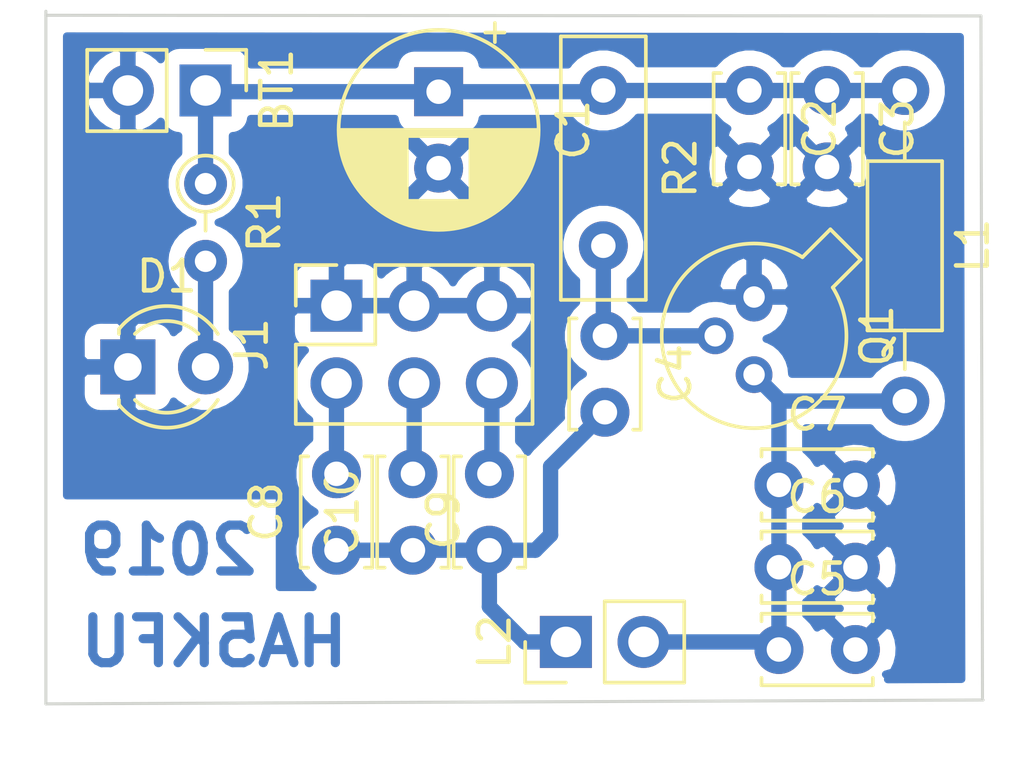
<source format=kicad_pcb>
(kicad_pcb (version 20171130) (host pcbnew 5.1.4-e60b266~84~ubuntu18.04.1)

  (general
    (thickness 1.6)
    (drawings 6)
    (tracks 32)
    (zones 0)
    (modules 18)
    (nets 10)
  )

  (page A4)
  (layers
    (0 F.Cu signal)
    (31 B.Cu signal)
    (32 B.Adhes user)
    (33 F.Adhes user)
    (34 B.Paste user)
    (35 F.Paste user)
    (36 B.SilkS user)
    (37 F.SilkS user)
    (38 B.Mask user)
    (39 F.Mask user)
    (40 Dwgs.User user)
    (41 Cmts.User user)
    (42 Eco1.User user)
    (43 Eco2.User user)
    (44 Edge.Cuts user)
    (45 Margin user)
    (46 B.CrtYd user hide)
    (47 F.CrtYd user)
    (48 B.Fab user)
    (49 F.Fab user hide)
  )

  (setup
    (last_trace_width 0.5)
    (user_trace_width 0.3)
    (user_trace_width 0.4)
    (user_trace_width 0.5)
    (user_trace_width 0.7)
    (trace_clearance 0.2)
    (zone_clearance 0.508)
    (zone_45_only no)
    (trace_min 0.2)
    (via_size 0.8)
    (via_drill 0.4)
    (via_min_size 0.4)
    (via_min_drill 0.3)
    (uvia_size 0.3)
    (uvia_drill 0.1)
    (uvias_allowed no)
    (uvia_min_size 0.2)
    (uvia_min_drill 0.1)
    (edge_width 0.05)
    (segment_width 0.2)
    (pcb_text_width 0.3)
    (pcb_text_size 1.5 1.5)
    (mod_edge_width 0.12)
    (mod_text_size 1 1)
    (mod_text_width 0.15)
    (pad_size 1.524 1.524)
    (pad_drill 0.762)
    (pad_to_mask_clearance 0.051)
    (solder_mask_min_width 0.25)
    (aux_axis_origin 0 0)
    (visible_elements FFFFFF7F)
    (pcbplotparams
      (layerselection 0x010fc_ffffffff)
      (usegerberextensions false)
      (usegerberattributes false)
      (usegerberadvancedattributes false)
      (creategerberjobfile false)
      (excludeedgelayer true)
      (linewidth 0.100000)
      (plotframeref false)
      (viasonmask false)
      (mode 1)
      (useauxorigin false)
      (hpglpennumber 1)
      (hpglpenspeed 20)
      (hpglpendiameter 15.000000)
      (psnegative false)
      (psa4output false)
      (plotreference true)
      (plotvalue true)
      (plotinvisibletext false)
      (padsonsilk false)
      (subtractmaskfromsilk false)
      (outputformat 1)
      (mirror false)
      (drillshape 1)
      (scaleselection 1)
      (outputdirectory ""))
  )

  (net 0 "")
  (net 1 GND)
  (net 2 +9V)
  (net 3 "Net-(C10-Pad1)")
  (net 4 "Net-(C4-Pad1)")
  (net 5 "Net-(C5-Pad1)")
  (net 6 "Net-(C8-Pad2)")
  (net 7 "Net-(C9-Pad2)")
  (net 8 "Net-(C10-Pad2)")
  (net 9 "Net-(D1-Pad2)")

  (net_class Default "This is the default net class."
    (clearance 0.2)
    (trace_width 0.25)
    (via_dia 0.8)
    (via_drill 0.4)
    (uvia_dia 0.3)
    (uvia_drill 0.1)
    (add_net +9V)
    (add_net GND)
    (add_net "Net-(C10-Pad1)")
    (add_net "Net-(C10-Pad2)")
    (add_net "Net-(C4-Pad1)")
    (add_net "Net-(C5-Pad1)")
    (add_net "Net-(C8-Pad2)")
    (add_net "Net-(C9-Pad2)")
    (add_net "Net-(D1-Pad2)")
  )

  (module Connector_PinSocket_2.54mm:PinSocket_2x03_P2.54mm_Vertical (layer F.Cu) (tedit 5A19A425) (tstamp 5DC3B696)
    (at 113.5 68 90)
    (descr "Through hole straight socket strip, 2x03, 2.54mm pitch, double cols (from Kicad 4.0.7), script generated")
    (tags "Through hole socket strip THT 2x03 2.54mm double row")
    (path /5DCBC1DF)
    (fp_text reference J1 (at -1.27 -2.77 90) (layer F.SilkS)
      (effects (font (size 1 1) (thickness 0.15)))
    )
    (fp_text value Switch (at -1.27 7.85 90) (layer F.Fab)
      (effects (font (size 1 1) (thickness 0.15)))
    )
    (fp_text user %R (at -1.27 2.54) (layer F.Fab)
      (effects (font (size 1 1) (thickness 0.15)))
    )
    (fp_line (start -4.34 6.85) (end -4.34 -1.8) (layer F.CrtYd) (width 0.05))
    (fp_line (start 1.76 6.85) (end -4.34 6.85) (layer F.CrtYd) (width 0.05))
    (fp_line (start 1.76 -1.8) (end 1.76 6.85) (layer F.CrtYd) (width 0.05))
    (fp_line (start -4.34 -1.8) (end 1.76 -1.8) (layer F.CrtYd) (width 0.05))
    (fp_line (start 0 -1.33) (end 1.33 -1.33) (layer F.SilkS) (width 0.12))
    (fp_line (start 1.33 -1.33) (end 1.33 0) (layer F.SilkS) (width 0.12))
    (fp_line (start -1.27 -1.33) (end -1.27 1.27) (layer F.SilkS) (width 0.12))
    (fp_line (start -1.27 1.27) (end 1.33 1.27) (layer F.SilkS) (width 0.12))
    (fp_line (start 1.33 1.27) (end 1.33 6.41) (layer F.SilkS) (width 0.12))
    (fp_line (start -3.87 6.41) (end 1.33 6.41) (layer F.SilkS) (width 0.12))
    (fp_line (start -3.87 -1.33) (end -3.87 6.41) (layer F.SilkS) (width 0.12))
    (fp_line (start -3.87 -1.33) (end -1.27 -1.33) (layer F.SilkS) (width 0.12))
    (fp_line (start -3.81 6.35) (end -3.81 -1.27) (layer F.Fab) (width 0.1))
    (fp_line (start 1.27 6.35) (end -3.81 6.35) (layer F.Fab) (width 0.1))
    (fp_line (start 1.27 -0.27) (end 1.27 6.35) (layer F.Fab) (width 0.1))
    (fp_line (start 0.27 -1.27) (end 1.27 -0.27) (layer F.Fab) (width 0.1))
    (fp_line (start -3.81 -1.27) (end 0.27 -1.27) (layer F.Fab) (width 0.1))
    (pad 6 thru_hole oval (at -2.54 5.08 90) (size 1.7 1.7) (drill 1) (layers *.Cu *.Mask)
      (net 7 "Net-(C9-Pad2)"))
    (pad 5 thru_hole oval (at 0 5.08 90) (size 1.7 1.7) (drill 1) (layers *.Cu *.Mask)
      (net 1 GND))
    (pad 4 thru_hole oval (at -2.54 2.54 90) (size 1.7 1.7) (drill 1) (layers *.Cu *.Mask)
      (net 8 "Net-(C10-Pad2)"))
    (pad 3 thru_hole oval (at 0 2.54 90) (size 1.7 1.7) (drill 1) (layers *.Cu *.Mask)
      (net 1 GND))
    (pad 2 thru_hole oval (at -2.54 0 90) (size 1.7 1.7) (drill 1) (layers *.Cu *.Mask)
      (net 6 "Net-(C8-Pad2)"))
    (pad 1 thru_hole rect (at 0 0 90) (size 1.7 1.7) (drill 1) (layers *.Cu *.Mask)
      (net 1 GND))
    (model ${KISYS3DMOD}/Connector_PinSocket_2.54mm.3dshapes/PinSocket_2x03_P2.54mm_Vertical.wrl
      (at (xyz 0 0 0))
      (scale (xyz 1 1 1))
      (rotate (xyz 0 0 0))
    )
  )

  (module Resistor_THT:R_Box_L8.4mm_W2.5mm_P5.08mm (layer F.Cu) (tedit 5AE5139B) (tstamp 5DC341A0)
    (at 122.2248 60.96 270)
    (descr "Resistor, Box series, Radial, pin pitch=5.08mm, 0.5W = 1/2W, length*width=8.38*2.54mm^2, http://www.vishay.com/docs/60051/cns020.pdf")
    (tags "Resistor Box series Radial pin pitch 5.08mm 0.5W = 1/2W length 8.38mm width 2.54mm")
    (path /5DC39FC9)
    (fp_text reference R2 (at 2.54 -2.52 90) (layer F.SilkS)
      (effects (font (size 1 1) (thickness 0.15)))
    )
    (fp_text value 60k (at 2.54 2.52 90) (layer F.Fab)
      (effects (font (size 1 1) (thickness 0.15)))
    )
    (fp_text user %R (at 2.54 0 90) (layer F.Fab)
      (effects (font (size 1 1) (thickness 0.15)))
    )
    (fp_line (start 6.98 -1.52) (end -1.91 -1.52) (layer F.CrtYd) (width 0.05))
    (fp_line (start 6.98 1.52) (end 6.98 -1.52) (layer F.CrtYd) (width 0.05))
    (fp_line (start -1.91 1.52) (end 6.98 1.52) (layer F.CrtYd) (width 0.05))
    (fp_line (start -1.91 -1.52) (end -1.91 1.52) (layer F.CrtYd) (width 0.05))
    (fp_line (start 6.85 -1.39) (end 6.85 1.39) (layer F.SilkS) (width 0.12))
    (fp_line (start -1.77 -1.39) (end -1.77 1.39) (layer F.SilkS) (width 0.12))
    (fp_line (start -1.77 1.39) (end 6.85 1.39) (layer F.SilkS) (width 0.12))
    (fp_line (start -1.77 -1.39) (end 6.85 -1.39) (layer F.SilkS) (width 0.12))
    (fp_line (start 6.73 -1.27) (end -1.65 -1.27) (layer F.Fab) (width 0.1))
    (fp_line (start 6.73 1.27) (end 6.73 -1.27) (layer F.Fab) (width 0.1))
    (fp_line (start -1.65 1.27) (end 6.73 1.27) (layer F.Fab) (width 0.1))
    (fp_line (start -1.65 -1.27) (end -1.65 1.27) (layer F.Fab) (width 0.1))
    (pad 2 thru_hole circle (at 5.08 0 270) (size 1.6 1.6) (drill 0.8) (layers *.Cu *.Mask)
      (net 4 "Net-(C4-Pad1)"))
    (pad 1 thru_hole circle (at 0 0 270) (size 1.6 1.6) (drill 0.8) (layers *.Cu *.Mask)
      (net 2 +9V))
    (model ${KISYS3DMOD}/Resistor_THT.3dshapes/R_Box_L8.4mm_W2.5mm_P5.08mm.wrl
      (at (xyz 0 0 0))
      (scale (xyz 1 1 1))
      (rotate (xyz 0 0 0))
    )
  )

  (module Connector_PinHeader_2.54mm:PinHeader_1x02_P2.54mm_Vertical (layer F.Cu) (tedit 59FED5CC) (tstamp 5DC358EF)
    (at 109.22 60.96 270)
    (descr "Through hole straight pin header, 1x02, 2.54mm pitch, single row")
    (tags "Through hole pin header THT 1x02 2.54mm single row")
    (path /5DC2D7D9)
    (fp_text reference BT1 (at 0 -2.33 90) (layer F.SilkS)
      (effects (font (size 1 1) (thickness 0.15)))
    )
    (fp_text value 9V (at 0 4.87 90) (layer F.Fab)
      (effects (font (size 1 1) (thickness 0.15)))
    )
    (fp_text user %R (at 0 1.27) (layer F.Fab)
      (effects (font (size 1 1) (thickness 0.15)))
    )
    (fp_line (start 1.8 -1.8) (end -1.8 -1.8) (layer F.CrtYd) (width 0.05))
    (fp_line (start 1.8 4.35) (end 1.8 -1.8) (layer F.CrtYd) (width 0.05))
    (fp_line (start -1.8 4.35) (end 1.8 4.35) (layer F.CrtYd) (width 0.05))
    (fp_line (start -1.8 -1.8) (end -1.8 4.35) (layer F.CrtYd) (width 0.05))
    (fp_line (start -1.33 -1.33) (end 0 -1.33) (layer F.SilkS) (width 0.12))
    (fp_line (start -1.33 0) (end -1.33 -1.33) (layer F.SilkS) (width 0.12))
    (fp_line (start -1.33 1.27) (end 1.33 1.27) (layer F.SilkS) (width 0.12))
    (fp_line (start 1.33 1.27) (end 1.33 3.87) (layer F.SilkS) (width 0.12))
    (fp_line (start -1.33 1.27) (end -1.33 3.87) (layer F.SilkS) (width 0.12))
    (fp_line (start -1.33 3.87) (end 1.33 3.87) (layer F.SilkS) (width 0.12))
    (fp_line (start -1.27 -0.635) (end -0.635 -1.27) (layer F.Fab) (width 0.1))
    (fp_line (start -1.27 3.81) (end -1.27 -0.635) (layer F.Fab) (width 0.1))
    (fp_line (start 1.27 3.81) (end -1.27 3.81) (layer F.Fab) (width 0.1))
    (fp_line (start 1.27 -1.27) (end 1.27 3.81) (layer F.Fab) (width 0.1))
    (fp_line (start -0.635 -1.27) (end 1.27 -1.27) (layer F.Fab) (width 0.1))
    (pad 2 thru_hole oval (at 0 2.54 270) (size 1.7 1.7) (drill 1) (layers *.Cu *.Mask)
      (net 1 GND))
    (pad 1 thru_hole rect (at 0 0 270) (size 1.7 1.7) (drill 1) (layers *.Cu *.Mask)
      (net 2 +9V))
    (model ${KISYS3DMOD}/Connector_PinHeader_2.54mm.3dshapes/PinHeader_1x02_P2.54mm_Vertical.wrl
      (at (xyz 0 0 0))
      (scale (xyz 1 1 1))
      (rotate (xyz 0 0 0))
    )
  )

  (module Resistor_THT:R_Axial_DIN0204_L3.6mm_D1.6mm_P2.54mm_Vertical (layer F.Cu) (tedit 5AE5139B) (tstamp 5DC34191)
    (at 109.22 64.008 270)
    (descr "Resistor, Axial_DIN0204 series, Axial, Vertical, pin pitch=2.54mm, 0.167W, length*diameter=3.6*1.6mm^2, http://cdn-reichelt.de/documents/datenblatt/B400/1_4W%23YAG.pdf")
    (tags "Resistor Axial_DIN0204 series Axial Vertical pin pitch 2.54mm 0.167W length 3.6mm diameter 1.6mm")
    (path /5DC74FE0)
    (fp_text reference R1 (at 1.27 -1.92 90) (layer F.SilkS)
      (effects (font (size 1 1) (thickness 0.15)))
    )
    (fp_text value 630 (at 1.27 1.92 90) (layer F.Fab)
      (effects (font (size 1 1) (thickness 0.15)))
    )
    (fp_text user %R (at 1.27 -1.92 90) (layer F.Fab)
      (effects (font (size 1 1) (thickness 0.15)))
    )
    (fp_line (start 3.49 -1.05) (end -1.05 -1.05) (layer F.CrtYd) (width 0.05))
    (fp_line (start 3.49 1.05) (end 3.49 -1.05) (layer F.CrtYd) (width 0.05))
    (fp_line (start -1.05 1.05) (end 3.49 1.05) (layer F.CrtYd) (width 0.05))
    (fp_line (start -1.05 -1.05) (end -1.05 1.05) (layer F.CrtYd) (width 0.05))
    (fp_line (start 0.92 0) (end 1.54 0) (layer F.SilkS) (width 0.12))
    (fp_line (start 0 0) (end 2.54 0) (layer F.Fab) (width 0.1))
    (fp_circle (center 0 0) (end 0.92 0) (layer F.SilkS) (width 0.12))
    (fp_circle (center 0 0) (end 0.8 0) (layer F.Fab) (width 0.1))
    (pad 2 thru_hole oval (at 2.54 0 270) (size 1.4 1.4) (drill 0.7) (layers *.Cu *.Mask)
      (net 9 "Net-(D1-Pad2)"))
    (pad 1 thru_hole circle (at 0 0 270) (size 1.4 1.4) (drill 0.7) (layers *.Cu *.Mask)
      (net 2 +9V))
    (model ${KISYS3DMOD}/Resistor_THT.3dshapes/R_Axial_DIN0204_L3.6mm_D1.6mm_P2.54mm_Vertical.wrl
      (at (xyz 0 0 0))
      (scale (xyz 1 1 1))
      (rotate (xyz 0 0 0))
    )
  )

  (module Package_TO_SOT_THT:TO-18-3 (layer F.Cu) (tedit 5A02FF81) (tstamp 5DC34182)
    (at 127.1524 67.7164 270)
    (descr TO-18-3)
    (tags TO-18-3)
    (path /5DC35C70)
    (fp_text reference Q1 (at 1.27 -4.02 90) (layer F.SilkS)
      (effects (font (size 1 1) (thickness 0.15)))
    )
    (fp_text value 2n2369 (at 1.27 4.02 90) (layer F.Fab)
      (effects (font (size 1 1) (thickness 0.15)))
    )
    (fp_arc (start 1.27 0) (end -0.312331 -2.572281) (angle 333.2) (layer F.SilkS) (width 0.12))
    (fp_arc (start 1.27 0) (end -0.329057 -2.419301) (angle 336.9) (layer F.Fab) (width 0.1))
    (fp_circle (center 1.27 0) (end 3.67 0) (layer F.Fab) (width 0.1))
    (fp_line (start 4.42 -3.5) (end -2.23 -3.5) (layer F.CrtYd) (width 0.05))
    (fp_line (start 4.42 3.15) (end 4.42 -3.5) (layer F.CrtYd) (width 0.05))
    (fp_line (start -2.23 3.15) (end 4.42 3.15) (layer F.CrtYd) (width 0.05))
    (fp_line (start -2.23 -3.5) (end -2.23 3.15) (layer F.CrtYd) (width 0.05))
    (fp_line (start -2.214448 -2.494499) (end -1.302281 -1.582331) (layer F.SilkS) (width 0.12))
    (fp_line (start -1.224499 -3.484448) (end -2.214448 -2.494499) (layer F.SilkS) (width 0.12))
    (fp_line (start -0.312331 -2.572281) (end -1.224499 -3.484448) (layer F.SilkS) (width 0.12))
    (fp_line (start -1.976616 -2.426372) (end -1.149301 -1.599057) (layer F.Fab) (width 0.1))
    (fp_line (start -1.156372 -3.246616) (end -1.976616 -2.426372) (layer F.Fab) (width 0.1))
    (fp_line (start -0.329057 -2.419301) (end -1.156372 -3.246616) (layer F.Fab) (width 0.1))
    (fp_text user %R (at 1.27 -4.02 90) (layer F.Fab)
      (effects (font (size 1 1) (thickness 0.15)))
    )
    (pad 3 thru_hole oval (at 2.54 0 270) (size 1.2 1.2) (drill 0.7) (layers *.Cu *.Mask)
      (net 5 "Net-(C5-Pad1)"))
    (pad 2 thru_hole oval (at 1.27 1.27 270) (size 1.2 1.2) (drill 0.7) (layers *.Cu *.Mask)
      (net 4 "Net-(C4-Pad1)"))
    (pad 1 thru_hole oval (at 0 0 270) (size 1.6 1.2) (drill 0.7) (layers *.Cu *.Mask)
      (net 1 GND))
    (model ${KISYS3DMOD}/Package_TO_SOT_THT.3dshapes/TO-18-3.wrl
      (at (xyz 0 0 0))
      (scale (xyz 1 1 1))
      (rotate (xyz 0 0 0))
    )
  )

  (module Connector_PinHeader_2.54mm:PinHeader_1x02_P2.54mm_Vertical (layer F.Cu) (tedit 59FED5CC) (tstamp 5DC3416D)
    (at 121 79 90)
    (descr "Through hole straight pin header, 1x02, 2.54mm pitch, single row")
    (tags "Through hole pin header THT 1x02 2.54mm single row")
    (path /5DC3E3A9)
    (fp_text reference L2 (at 0 -2.33 90) (layer F.SilkS)
      (effects (font (size 1 1) (thickness 0.15)))
    )
    (fp_text value L (at 0 4.87 90) (layer F.Fab)
      (effects (font (size 1 1) (thickness 0.15)))
    )
    (fp_text user %R (at 0 1.27) (layer F.Fab)
      (effects (font (size 1 1) (thickness 0.15)))
    )
    (fp_line (start 1.8 -1.8) (end -1.8 -1.8) (layer F.CrtYd) (width 0.05))
    (fp_line (start 1.8 4.35) (end 1.8 -1.8) (layer F.CrtYd) (width 0.05))
    (fp_line (start -1.8 4.35) (end 1.8 4.35) (layer F.CrtYd) (width 0.05))
    (fp_line (start -1.8 -1.8) (end -1.8 4.35) (layer F.CrtYd) (width 0.05))
    (fp_line (start -1.33 -1.33) (end 0 -1.33) (layer F.SilkS) (width 0.12))
    (fp_line (start -1.33 0) (end -1.33 -1.33) (layer F.SilkS) (width 0.12))
    (fp_line (start -1.33 1.27) (end 1.33 1.27) (layer F.SilkS) (width 0.12))
    (fp_line (start 1.33 1.27) (end 1.33 3.87) (layer F.SilkS) (width 0.12))
    (fp_line (start -1.33 1.27) (end -1.33 3.87) (layer F.SilkS) (width 0.12))
    (fp_line (start -1.33 3.87) (end 1.33 3.87) (layer F.SilkS) (width 0.12))
    (fp_line (start -1.27 -0.635) (end -0.635 -1.27) (layer F.Fab) (width 0.1))
    (fp_line (start -1.27 3.81) (end -1.27 -0.635) (layer F.Fab) (width 0.1))
    (fp_line (start 1.27 3.81) (end -1.27 3.81) (layer F.Fab) (width 0.1))
    (fp_line (start 1.27 -1.27) (end 1.27 3.81) (layer F.Fab) (width 0.1))
    (fp_line (start -0.635 -1.27) (end 1.27 -1.27) (layer F.Fab) (width 0.1))
    (pad 2 thru_hole oval (at 0 2.54 90) (size 1.7 1.7) (drill 1) (layers *.Cu *.Mask)
      (net 5 "Net-(C5-Pad1)"))
    (pad 1 thru_hole rect (at 0 0 90) (size 1.7 1.7) (drill 1) (layers *.Cu *.Mask)
      (net 3 "Net-(C10-Pad1)"))
    (model ${KISYS3DMOD}/Connector_PinHeader_2.54mm.3dshapes/PinHeader_1x02_P2.54mm_Vertical.wrl
      (at (xyz 0 0 0))
      (scale (xyz 1 1 1))
      (rotate (xyz 0 0 0))
    )
  )

  (module Inductor_THT:L_Axial_L5.3mm_D2.2mm_P10.16mm_Horizontal_Vishay_IM-1 (layer F.Cu) (tedit 5AE59B05) (tstamp 5DC34157)
    (at 132.08 60.96 270)
    (descr "Inductor, Axial series, Axial, Horizontal, pin pitch=10.16mm, , length*diameter=5.3*2.2mm^2, Vishay, IM-1, http://www.vishay.com/docs/34030/im.pdf")
    (tags "Inductor Axial series Axial Horizontal pin pitch 10.16mm  length 5.3mm diameter 2.2mm Vishay IM-1")
    (path /5DC3AE1D)
    (fp_text reference L1 (at 5.08 -2.22 90) (layer F.SilkS)
      (effects (font (size 1 1) (thickness 0.15)))
    )
    (fp_text value 68u (at 5.08 2.22 90) (layer F.Fab)
      (effects (font (size 1 1) (thickness 0.15)))
    )
    (fp_text user %R (at 5.08 0 90) (layer F.Fab)
      (effects (font (size 1 1) (thickness 0.15)))
    )
    (fp_line (start 11.21 -1.35) (end -1.05 -1.35) (layer F.CrtYd) (width 0.05))
    (fp_line (start 11.21 1.35) (end 11.21 -1.35) (layer F.CrtYd) (width 0.05))
    (fp_line (start -1.05 1.35) (end 11.21 1.35) (layer F.CrtYd) (width 0.05))
    (fp_line (start -1.05 -1.35) (end -1.05 1.35) (layer F.CrtYd) (width 0.05))
    (fp_line (start 9.12 0) (end 7.85 0) (layer F.SilkS) (width 0.12))
    (fp_line (start 1.04 0) (end 2.31 0) (layer F.SilkS) (width 0.12))
    (fp_line (start 7.85 -1.22) (end 2.31 -1.22) (layer F.SilkS) (width 0.12))
    (fp_line (start 7.85 1.22) (end 7.85 -1.22) (layer F.SilkS) (width 0.12))
    (fp_line (start 2.31 1.22) (end 7.85 1.22) (layer F.SilkS) (width 0.12))
    (fp_line (start 2.31 -1.22) (end 2.31 1.22) (layer F.SilkS) (width 0.12))
    (fp_line (start 10.16 0) (end 7.73 0) (layer F.Fab) (width 0.1))
    (fp_line (start 0 0) (end 2.43 0) (layer F.Fab) (width 0.1))
    (fp_line (start 7.73 -1.1) (end 2.43 -1.1) (layer F.Fab) (width 0.1))
    (fp_line (start 7.73 1.1) (end 7.73 -1.1) (layer F.Fab) (width 0.1))
    (fp_line (start 2.43 1.1) (end 7.73 1.1) (layer F.Fab) (width 0.1))
    (fp_line (start 2.43 -1.1) (end 2.43 1.1) (layer F.Fab) (width 0.1))
    (pad 2 thru_hole oval (at 10.16 0 270) (size 1.6 1.6) (drill 0.8) (layers *.Cu *.Mask)
      (net 5 "Net-(C5-Pad1)"))
    (pad 1 thru_hole circle (at 0 0 270) (size 1.6 1.6) (drill 0.8) (layers *.Cu *.Mask)
      (net 2 +9V))
    (model ${KISYS3DMOD}/Inductor_THT.3dshapes/L_Axial_L5.3mm_D2.2mm_P10.16mm_Horizontal_Vishay_IM-1.wrl
      (at (xyz 0 0 0))
      (scale (xyz 1 1 1))
      (rotate (xyz 0 0 0))
    )
  )

  (module LED_THT:LED_D3.0mm (layer F.Cu) (tedit 587A3A7B) (tstamp 5DC34140)
    (at 106.68 70.0024)
    (descr "LED, diameter 3.0mm, 2 pins")
    (tags "LED diameter 3.0mm 2 pins")
    (path /5DC74584)
    (fp_text reference D1 (at 1.27 -2.96) (layer F.SilkS)
      (effects (font (size 1 1) (thickness 0.15)))
    )
    (fp_text value LED (at 1.27 2.96) (layer F.Fab)
      (effects (font (size 1 1) (thickness 0.15)))
    )
    (fp_line (start 3.7 -2.25) (end -1.15 -2.25) (layer F.CrtYd) (width 0.05))
    (fp_line (start 3.7 2.25) (end 3.7 -2.25) (layer F.CrtYd) (width 0.05))
    (fp_line (start -1.15 2.25) (end 3.7 2.25) (layer F.CrtYd) (width 0.05))
    (fp_line (start -1.15 -2.25) (end -1.15 2.25) (layer F.CrtYd) (width 0.05))
    (fp_line (start -0.29 1.08) (end -0.29 1.236) (layer F.SilkS) (width 0.12))
    (fp_line (start -0.29 -1.236) (end -0.29 -1.08) (layer F.SilkS) (width 0.12))
    (fp_line (start -0.23 -1.16619) (end -0.23 1.16619) (layer F.Fab) (width 0.1))
    (fp_circle (center 1.27 0) (end 2.77 0) (layer F.Fab) (width 0.1))
    (fp_arc (start 1.27 0) (end 0.229039 1.08) (angle -87.9) (layer F.SilkS) (width 0.12))
    (fp_arc (start 1.27 0) (end 0.229039 -1.08) (angle 87.9) (layer F.SilkS) (width 0.12))
    (fp_arc (start 1.27 0) (end -0.29 1.235516) (angle -108.8) (layer F.SilkS) (width 0.12))
    (fp_arc (start 1.27 0) (end -0.29 -1.235516) (angle 108.8) (layer F.SilkS) (width 0.12))
    (fp_arc (start 1.27 0) (end -0.23 -1.16619) (angle 284.3) (layer F.Fab) (width 0.1))
    (pad 2 thru_hole circle (at 2.54 0) (size 1.8 1.8) (drill 0.9) (layers *.Cu *.Mask)
      (net 9 "Net-(D1-Pad2)"))
    (pad 1 thru_hole rect (at 0 0) (size 1.8 1.8) (drill 0.9) (layers *.Cu *.Mask)
      (net 1 GND))
    (model ${KISYS3DMOD}/LED_THT.3dshapes/LED_D3.0mm.wrl
      (at (xyz 0 0 0))
      (scale (xyz 1 1 1))
      (rotate (xyz 0 0 0))
    )
  )

  (module Capacitor_THT:C_Disc_D3.4mm_W2.1mm_P2.50mm (layer F.Cu) (tedit 5AE50EF0) (tstamp 5DC3412D)
    (at 116 76 90)
    (descr "C, Disc series, Radial, pin pitch=2.50mm, , diameter*width=3.4*2.1mm^2, Capacitor, http://www.vishay.com/docs/45233/krseries.pdf")
    (tags "C Disc series Radial pin pitch 2.50mm  diameter 3.4mm width 2.1mm Capacitor")
    (path /5DC3F829)
    (fp_text reference C10 (at 1.25 -2.3 90) (layer F.SilkS)
      (effects (font (size 1 1) (thickness 0.15)))
    )
    (fp_text value C (at 1.25 2.3 90) (layer F.Fab)
      (effects (font (size 1 1) (thickness 0.15)))
    )
    (fp_text user %R (at 1.25 0 90) (layer F.Fab)
      (effects (font (size 0.68 0.68) (thickness 0.102)))
    )
    (fp_line (start 3.55 -1.3) (end -1.05 -1.3) (layer F.CrtYd) (width 0.05))
    (fp_line (start 3.55 1.3) (end 3.55 -1.3) (layer F.CrtYd) (width 0.05))
    (fp_line (start -1.05 1.3) (end 3.55 1.3) (layer F.CrtYd) (width 0.05))
    (fp_line (start -1.05 -1.3) (end -1.05 1.3) (layer F.CrtYd) (width 0.05))
    (fp_line (start 3.07 0.925) (end 3.07 1.17) (layer F.SilkS) (width 0.12))
    (fp_line (start 3.07 -1.17) (end 3.07 -0.925) (layer F.SilkS) (width 0.12))
    (fp_line (start -0.57 0.925) (end -0.57 1.17) (layer F.SilkS) (width 0.12))
    (fp_line (start -0.57 -1.17) (end -0.57 -0.925) (layer F.SilkS) (width 0.12))
    (fp_line (start -0.57 1.17) (end 3.07 1.17) (layer F.SilkS) (width 0.12))
    (fp_line (start -0.57 -1.17) (end 3.07 -1.17) (layer F.SilkS) (width 0.12))
    (fp_line (start 2.95 -1.05) (end -0.45 -1.05) (layer F.Fab) (width 0.1))
    (fp_line (start 2.95 1.05) (end 2.95 -1.05) (layer F.Fab) (width 0.1))
    (fp_line (start -0.45 1.05) (end 2.95 1.05) (layer F.Fab) (width 0.1))
    (fp_line (start -0.45 -1.05) (end -0.45 1.05) (layer F.Fab) (width 0.1))
    (pad 2 thru_hole circle (at 2.5 0 90) (size 1.6 1.6) (drill 0.8) (layers *.Cu *.Mask)
      (net 8 "Net-(C10-Pad2)"))
    (pad 1 thru_hole circle (at 0 0 90) (size 1.6 1.6) (drill 0.8) (layers *.Cu *.Mask)
      (net 3 "Net-(C10-Pad1)"))
    (model ${KISYS3DMOD}/Capacitor_THT.3dshapes/C_Disc_D3.4mm_W2.1mm_P2.50mm.wrl
      (at (xyz 0 0 0))
      (scale (xyz 1 1 1))
      (rotate (xyz 0 0 0))
    )
  )

  (module Capacitor_THT:C_Disc_D3.4mm_W2.1mm_P2.50mm (layer F.Cu) (tedit 5AE50EF0) (tstamp 5DC34118)
    (at 118.5 76 90)
    (descr "C, Disc series, Radial, pin pitch=2.50mm, , diameter*width=3.4*2.1mm^2, Capacitor, http://www.vishay.com/docs/45233/krseries.pdf")
    (tags "C Disc series Radial pin pitch 2.50mm  diameter 3.4mm width 2.1mm Capacitor")
    (path /5DC3F2B3)
    (fp_text reference C9 (at 1 -1.5 90) (layer F.SilkS)
      (effects (font (size 1 1) (thickness 0.15)))
    )
    (fp_text value C (at 1.25 2.3 90) (layer F.Fab)
      (effects (font (size 1 1) (thickness 0.15)))
    )
    (fp_text user %R (at 1.25 0 90) (layer F.Fab)
      (effects (font (size 0.68 0.68) (thickness 0.102)))
    )
    (fp_line (start 3.55 -1.3) (end -1.05 -1.3) (layer F.CrtYd) (width 0.05))
    (fp_line (start 3.55 1.3) (end 3.55 -1.3) (layer F.CrtYd) (width 0.05))
    (fp_line (start -1.05 1.3) (end 3.55 1.3) (layer F.CrtYd) (width 0.05))
    (fp_line (start -1.05 -1.3) (end -1.05 1.3) (layer F.CrtYd) (width 0.05))
    (fp_line (start 3.07 0.925) (end 3.07 1.17) (layer F.SilkS) (width 0.12))
    (fp_line (start 3.07 -1.17) (end 3.07 -0.925) (layer F.SilkS) (width 0.12))
    (fp_line (start -0.57 0.925) (end -0.57 1.17) (layer F.SilkS) (width 0.12))
    (fp_line (start -0.57 -1.17) (end -0.57 -0.925) (layer F.SilkS) (width 0.12))
    (fp_line (start -0.57 1.17) (end 3.07 1.17) (layer F.SilkS) (width 0.12))
    (fp_line (start -0.57 -1.17) (end 3.07 -1.17) (layer F.SilkS) (width 0.12))
    (fp_line (start 2.95 -1.05) (end -0.45 -1.05) (layer F.Fab) (width 0.1))
    (fp_line (start 2.95 1.05) (end 2.95 -1.05) (layer F.Fab) (width 0.1))
    (fp_line (start -0.45 1.05) (end 2.95 1.05) (layer F.Fab) (width 0.1))
    (fp_line (start -0.45 -1.05) (end -0.45 1.05) (layer F.Fab) (width 0.1))
    (pad 2 thru_hole circle (at 2.5 0 90) (size 1.6 1.6) (drill 0.8) (layers *.Cu *.Mask)
      (net 7 "Net-(C9-Pad2)"))
    (pad 1 thru_hole circle (at 0 0 90) (size 1.6 1.6) (drill 0.8) (layers *.Cu *.Mask)
      (net 3 "Net-(C10-Pad1)"))
    (model ${KISYS3DMOD}/Capacitor_THT.3dshapes/C_Disc_D3.4mm_W2.1mm_P2.50mm.wrl
      (at (xyz 0 0 0))
      (scale (xyz 1 1 1))
      (rotate (xyz 0 0 0))
    )
  )

  (module Capacitor_THT:C_Disc_D3.4mm_W2.1mm_P2.50mm (layer F.Cu) (tedit 5AE50EF0) (tstamp 5DC3BE98)
    (at 113.5 76 90)
    (descr "C, Disc series, Radial, pin pitch=2.50mm, , diameter*width=3.4*2.1mm^2, Capacitor, http://www.vishay.com/docs/45233/krseries.pdf")
    (tags "C Disc series Radial pin pitch 2.50mm  diameter 3.4mm width 2.1mm Capacitor")
    (path /5DC3EEFF)
    (fp_text reference C8 (at 1.25 -2.3 90) (layer F.SilkS)
      (effects (font (size 1 1) (thickness 0.15)))
    )
    (fp_text value C (at 1.25 2.3 90) (layer F.Fab)
      (effects (font (size 1 1) (thickness 0.15)))
    )
    (fp_text user %R (at 1.25 0 90) (layer F.Fab)
      (effects (font (size 0.68 0.68) (thickness 0.102)))
    )
    (fp_line (start 3.55 -1.3) (end -1.05 -1.3) (layer F.CrtYd) (width 0.05))
    (fp_line (start 3.55 1.3) (end 3.55 -1.3) (layer F.CrtYd) (width 0.05))
    (fp_line (start -1.05 1.3) (end 3.55 1.3) (layer F.CrtYd) (width 0.05))
    (fp_line (start -1.05 -1.3) (end -1.05 1.3) (layer F.CrtYd) (width 0.05))
    (fp_line (start 3.07 0.925) (end 3.07 1.17) (layer F.SilkS) (width 0.12))
    (fp_line (start 3.07 -1.17) (end 3.07 -0.925) (layer F.SilkS) (width 0.12))
    (fp_line (start -0.57 0.925) (end -0.57 1.17) (layer F.SilkS) (width 0.12))
    (fp_line (start -0.57 -1.17) (end -0.57 -0.925) (layer F.SilkS) (width 0.12))
    (fp_line (start -0.57 1.17) (end 3.07 1.17) (layer F.SilkS) (width 0.12))
    (fp_line (start -0.57 -1.17) (end 3.07 -1.17) (layer F.SilkS) (width 0.12))
    (fp_line (start 2.95 -1.05) (end -0.45 -1.05) (layer F.Fab) (width 0.1))
    (fp_line (start 2.95 1.05) (end 2.95 -1.05) (layer F.Fab) (width 0.1))
    (fp_line (start -0.45 1.05) (end 2.95 1.05) (layer F.Fab) (width 0.1))
    (fp_line (start -0.45 -1.05) (end -0.45 1.05) (layer F.Fab) (width 0.1))
    (pad 2 thru_hole circle (at 2.5 0 90) (size 1.6 1.6) (drill 0.8) (layers *.Cu *.Mask)
      (net 6 "Net-(C8-Pad2)"))
    (pad 1 thru_hole circle (at 0 0 90) (size 1.6 1.6) (drill 0.8) (layers *.Cu *.Mask)
      (net 3 "Net-(C10-Pad1)"))
    (model ${KISYS3DMOD}/Capacitor_THT.3dshapes/C_Disc_D3.4mm_W2.1mm_P2.50mm.wrl
      (at (xyz 0 0 0))
      (scale (xyz 1 1 1))
      (rotate (xyz 0 0 0))
    )
  )

  (module Capacitor_THT:C_Disc_D3.4mm_W2.1mm_P2.50mm (layer F.Cu) (tedit 5AE50EF0) (tstamp 5DC340EE)
    (at 127.9652 73.8632)
    (descr "C, Disc series, Radial, pin pitch=2.50mm, , diameter*width=3.4*2.1mm^2, Capacitor, http://www.vishay.com/docs/45233/krseries.pdf")
    (tags "C Disc series Radial pin pitch 2.50mm  diameter 3.4mm width 2.1mm Capacitor")
    (path /5DC3DF45)
    (fp_text reference C7 (at 1.25 -2.3) (layer F.SilkS)
      (effects (font (size 1 1) (thickness 0.15)))
    )
    (fp_text value C (at 1.25 2.3) (layer F.Fab)
      (effects (font (size 1 1) (thickness 0.15)))
    )
    (fp_text user %R (at 1.25 0) (layer F.Fab)
      (effects (font (size 0.68 0.68) (thickness 0.102)))
    )
    (fp_line (start 3.55 -1.3) (end -1.05 -1.3) (layer F.CrtYd) (width 0.05))
    (fp_line (start 3.55 1.3) (end 3.55 -1.3) (layer F.CrtYd) (width 0.05))
    (fp_line (start -1.05 1.3) (end 3.55 1.3) (layer F.CrtYd) (width 0.05))
    (fp_line (start -1.05 -1.3) (end -1.05 1.3) (layer F.CrtYd) (width 0.05))
    (fp_line (start 3.07 0.925) (end 3.07 1.17) (layer F.SilkS) (width 0.12))
    (fp_line (start 3.07 -1.17) (end 3.07 -0.925) (layer F.SilkS) (width 0.12))
    (fp_line (start -0.57 0.925) (end -0.57 1.17) (layer F.SilkS) (width 0.12))
    (fp_line (start -0.57 -1.17) (end -0.57 -0.925) (layer F.SilkS) (width 0.12))
    (fp_line (start -0.57 1.17) (end 3.07 1.17) (layer F.SilkS) (width 0.12))
    (fp_line (start -0.57 -1.17) (end 3.07 -1.17) (layer F.SilkS) (width 0.12))
    (fp_line (start 2.95 -1.05) (end -0.45 -1.05) (layer F.Fab) (width 0.1))
    (fp_line (start 2.95 1.05) (end 2.95 -1.05) (layer F.Fab) (width 0.1))
    (fp_line (start -0.45 1.05) (end 2.95 1.05) (layer F.Fab) (width 0.1))
    (fp_line (start -0.45 -1.05) (end -0.45 1.05) (layer F.Fab) (width 0.1))
    (pad 2 thru_hole circle (at 2.5 0) (size 1.6 1.6) (drill 0.8) (layers *.Cu *.Mask)
      (net 1 GND))
    (pad 1 thru_hole circle (at 0 0) (size 1.6 1.6) (drill 0.8) (layers *.Cu *.Mask)
      (net 5 "Net-(C5-Pad1)"))
    (model ${KISYS3DMOD}/Capacitor_THT.3dshapes/C_Disc_D3.4mm_W2.1mm_P2.50mm.wrl
      (at (xyz 0 0 0))
      (scale (xyz 1 1 1))
      (rotate (xyz 0 0 0))
    )
  )

  (module Capacitor_THT:C_Disc_D3.4mm_W2.1mm_P2.50mm (layer F.Cu) (tedit 5AE50EF0) (tstamp 5DC340D9)
    (at 127.9652 76.5556)
    (descr "C, Disc series, Radial, pin pitch=2.50mm, , diameter*width=3.4*2.1mm^2, Capacitor, http://www.vishay.com/docs/45233/krseries.pdf")
    (tags "C Disc series Radial pin pitch 2.50mm  diameter 3.4mm width 2.1mm Capacitor")
    (path /5DC3DC7D)
    (fp_text reference C6 (at 1.25 -2.3) (layer F.SilkS)
      (effects (font (size 1 1) (thickness 0.15)))
    )
    (fp_text value C (at 1.25 2.3) (layer F.Fab)
      (effects (font (size 1 1) (thickness 0.15)))
    )
    (fp_text user %R (at 1.25 0) (layer F.Fab)
      (effects (font (size 0.68 0.68) (thickness 0.102)))
    )
    (fp_line (start 3.55 -1.3) (end -1.05 -1.3) (layer F.CrtYd) (width 0.05))
    (fp_line (start 3.55 1.3) (end 3.55 -1.3) (layer F.CrtYd) (width 0.05))
    (fp_line (start -1.05 1.3) (end 3.55 1.3) (layer F.CrtYd) (width 0.05))
    (fp_line (start -1.05 -1.3) (end -1.05 1.3) (layer F.CrtYd) (width 0.05))
    (fp_line (start 3.07 0.925) (end 3.07 1.17) (layer F.SilkS) (width 0.12))
    (fp_line (start 3.07 -1.17) (end 3.07 -0.925) (layer F.SilkS) (width 0.12))
    (fp_line (start -0.57 0.925) (end -0.57 1.17) (layer F.SilkS) (width 0.12))
    (fp_line (start -0.57 -1.17) (end -0.57 -0.925) (layer F.SilkS) (width 0.12))
    (fp_line (start -0.57 1.17) (end 3.07 1.17) (layer F.SilkS) (width 0.12))
    (fp_line (start -0.57 -1.17) (end 3.07 -1.17) (layer F.SilkS) (width 0.12))
    (fp_line (start 2.95 -1.05) (end -0.45 -1.05) (layer F.Fab) (width 0.1))
    (fp_line (start 2.95 1.05) (end 2.95 -1.05) (layer F.Fab) (width 0.1))
    (fp_line (start -0.45 1.05) (end 2.95 1.05) (layer F.Fab) (width 0.1))
    (fp_line (start -0.45 -1.05) (end -0.45 1.05) (layer F.Fab) (width 0.1))
    (pad 2 thru_hole circle (at 2.5 0) (size 1.6 1.6) (drill 0.8) (layers *.Cu *.Mask)
      (net 1 GND))
    (pad 1 thru_hole circle (at 0 0) (size 1.6 1.6) (drill 0.8) (layers *.Cu *.Mask)
      (net 5 "Net-(C5-Pad1)"))
    (model ${KISYS3DMOD}/Capacitor_THT.3dshapes/C_Disc_D3.4mm_W2.1mm_P2.50mm.wrl
      (at (xyz 0 0 0))
      (scale (xyz 1 1 1))
      (rotate (xyz 0 0 0))
    )
  )

  (module Capacitor_THT:C_Disc_D3.4mm_W2.1mm_P2.50mm (layer F.Cu) (tedit 5AE50EF0) (tstamp 5DC340C4)
    (at 127.9652 79.248)
    (descr "C, Disc series, Radial, pin pitch=2.50mm, , diameter*width=3.4*2.1mm^2, Capacitor, http://www.vishay.com/docs/45233/krseries.pdf")
    (tags "C Disc series Radial pin pitch 2.50mm  diameter 3.4mm width 2.1mm Capacitor")
    (path /5DC3D946)
    (fp_text reference C5 (at 1.25 -2.3) (layer F.SilkS)
      (effects (font (size 1 1) (thickness 0.15)))
    )
    (fp_text value C (at 1.25 2.3) (layer F.Fab)
      (effects (font (size 1 1) (thickness 0.15)))
    )
    (fp_text user %R (at 1.25 0) (layer F.Fab)
      (effects (font (size 0.68 0.68) (thickness 0.102)))
    )
    (fp_line (start 3.55 -1.3) (end -1.05 -1.3) (layer F.CrtYd) (width 0.05))
    (fp_line (start 3.55 1.3) (end 3.55 -1.3) (layer F.CrtYd) (width 0.05))
    (fp_line (start -1.05 1.3) (end 3.55 1.3) (layer F.CrtYd) (width 0.05))
    (fp_line (start -1.05 -1.3) (end -1.05 1.3) (layer F.CrtYd) (width 0.05))
    (fp_line (start 3.07 0.925) (end 3.07 1.17) (layer F.SilkS) (width 0.12))
    (fp_line (start 3.07 -1.17) (end 3.07 -0.925) (layer F.SilkS) (width 0.12))
    (fp_line (start -0.57 0.925) (end -0.57 1.17) (layer F.SilkS) (width 0.12))
    (fp_line (start -0.57 -1.17) (end -0.57 -0.925) (layer F.SilkS) (width 0.12))
    (fp_line (start -0.57 1.17) (end 3.07 1.17) (layer F.SilkS) (width 0.12))
    (fp_line (start -0.57 -1.17) (end 3.07 -1.17) (layer F.SilkS) (width 0.12))
    (fp_line (start 2.95 -1.05) (end -0.45 -1.05) (layer F.Fab) (width 0.1))
    (fp_line (start 2.95 1.05) (end 2.95 -1.05) (layer F.Fab) (width 0.1))
    (fp_line (start -0.45 1.05) (end 2.95 1.05) (layer F.Fab) (width 0.1))
    (fp_line (start -0.45 -1.05) (end -0.45 1.05) (layer F.Fab) (width 0.1))
    (pad 2 thru_hole circle (at 2.5 0) (size 1.6 1.6) (drill 0.8) (layers *.Cu *.Mask)
      (net 1 GND))
    (pad 1 thru_hole circle (at 0 0) (size 1.6 1.6) (drill 0.8) (layers *.Cu *.Mask)
      (net 5 "Net-(C5-Pad1)"))
    (model ${KISYS3DMOD}/Capacitor_THT.3dshapes/C_Disc_D3.4mm_W2.1mm_P2.50mm.wrl
      (at (xyz 0 0 0))
      (scale (xyz 1 1 1))
      (rotate (xyz 0 0 0))
    )
  )

  (module Capacitor_THT:C_Disc_D3.4mm_W2.1mm_P2.50mm (layer F.Cu) (tedit 5AE50EF0) (tstamp 5DC340AF)
    (at 122.2756 68.9864 270)
    (descr "C, Disc series, Radial, pin pitch=2.50mm, , diameter*width=3.4*2.1mm^2, Capacitor, http://www.vishay.com/docs/45233/krseries.pdf")
    (tags "C Disc series Radial pin pitch 2.50mm  diameter 3.4mm width 2.1mm Capacitor")
    (path /5DC3A462)
    (fp_text reference C4 (at 1.25 -2.3 90) (layer F.SilkS)
      (effects (font (size 1 1) (thickness 0.15)))
    )
    (fp_text value 10n (at 1.25 2.3 90) (layer F.Fab)
      (effects (font (size 1 1) (thickness 0.15)))
    )
    (fp_text user %R (at 1.25 0 90) (layer F.Fab)
      (effects (font (size 0.68 0.68) (thickness 0.102)))
    )
    (fp_line (start 3.55 -1.3) (end -1.05 -1.3) (layer F.CrtYd) (width 0.05))
    (fp_line (start 3.55 1.3) (end 3.55 -1.3) (layer F.CrtYd) (width 0.05))
    (fp_line (start -1.05 1.3) (end 3.55 1.3) (layer F.CrtYd) (width 0.05))
    (fp_line (start -1.05 -1.3) (end -1.05 1.3) (layer F.CrtYd) (width 0.05))
    (fp_line (start 3.07 0.925) (end 3.07 1.17) (layer F.SilkS) (width 0.12))
    (fp_line (start 3.07 -1.17) (end 3.07 -0.925) (layer F.SilkS) (width 0.12))
    (fp_line (start -0.57 0.925) (end -0.57 1.17) (layer F.SilkS) (width 0.12))
    (fp_line (start -0.57 -1.17) (end -0.57 -0.925) (layer F.SilkS) (width 0.12))
    (fp_line (start -0.57 1.17) (end 3.07 1.17) (layer F.SilkS) (width 0.12))
    (fp_line (start -0.57 -1.17) (end 3.07 -1.17) (layer F.SilkS) (width 0.12))
    (fp_line (start 2.95 -1.05) (end -0.45 -1.05) (layer F.Fab) (width 0.1))
    (fp_line (start 2.95 1.05) (end 2.95 -1.05) (layer F.Fab) (width 0.1))
    (fp_line (start -0.45 1.05) (end 2.95 1.05) (layer F.Fab) (width 0.1))
    (fp_line (start -0.45 -1.05) (end -0.45 1.05) (layer F.Fab) (width 0.1))
    (pad 2 thru_hole circle (at 2.5 0 270) (size 1.6 1.6) (drill 0.8) (layers *.Cu *.Mask)
      (net 3 "Net-(C10-Pad1)"))
    (pad 1 thru_hole circle (at 0 0 270) (size 1.6 1.6) (drill 0.8) (layers *.Cu *.Mask)
      (net 4 "Net-(C4-Pad1)"))
    (model ${KISYS3DMOD}/Capacitor_THT.3dshapes/C_Disc_D3.4mm_W2.1mm_P2.50mm.wrl
      (at (xyz 0 0 0))
      (scale (xyz 1 1 1))
      (rotate (xyz 0 0 0))
    )
  )

  (module Capacitor_THT:C_Disc_D3.4mm_W2.1mm_P2.50mm (layer F.Cu) (tedit 5AE50EF0) (tstamp 5DC3409A)
    (at 129.54 60.96 270)
    (descr "C, Disc series, Radial, pin pitch=2.50mm, , diameter*width=3.4*2.1mm^2, Capacitor, http://www.vishay.com/docs/45233/krseries.pdf")
    (tags "C Disc series Radial pin pitch 2.50mm  diameter 3.4mm width 2.1mm Capacitor")
    (path /5DC30C61)
    (fp_text reference C3 (at 1.25 -2.3 90) (layer F.SilkS)
      (effects (font (size 1 1) (thickness 0.15)))
    )
    (fp_text value 1n (at 1.25 2.3 90) (layer F.Fab)
      (effects (font (size 1 1) (thickness 0.15)))
    )
    (fp_text user %R (at 1.25 0 90) (layer F.Fab)
      (effects (font (size 0.68 0.68) (thickness 0.102)))
    )
    (fp_line (start 3.55 -1.3) (end -1.05 -1.3) (layer F.CrtYd) (width 0.05))
    (fp_line (start 3.55 1.3) (end 3.55 -1.3) (layer F.CrtYd) (width 0.05))
    (fp_line (start -1.05 1.3) (end 3.55 1.3) (layer F.CrtYd) (width 0.05))
    (fp_line (start -1.05 -1.3) (end -1.05 1.3) (layer F.CrtYd) (width 0.05))
    (fp_line (start 3.07 0.925) (end 3.07 1.17) (layer F.SilkS) (width 0.12))
    (fp_line (start 3.07 -1.17) (end 3.07 -0.925) (layer F.SilkS) (width 0.12))
    (fp_line (start -0.57 0.925) (end -0.57 1.17) (layer F.SilkS) (width 0.12))
    (fp_line (start -0.57 -1.17) (end -0.57 -0.925) (layer F.SilkS) (width 0.12))
    (fp_line (start -0.57 1.17) (end 3.07 1.17) (layer F.SilkS) (width 0.12))
    (fp_line (start -0.57 -1.17) (end 3.07 -1.17) (layer F.SilkS) (width 0.12))
    (fp_line (start 2.95 -1.05) (end -0.45 -1.05) (layer F.Fab) (width 0.1))
    (fp_line (start 2.95 1.05) (end 2.95 -1.05) (layer F.Fab) (width 0.1))
    (fp_line (start -0.45 1.05) (end 2.95 1.05) (layer F.Fab) (width 0.1))
    (fp_line (start -0.45 -1.05) (end -0.45 1.05) (layer F.Fab) (width 0.1))
    (pad 2 thru_hole circle (at 2.5 0 270) (size 1.6 1.6) (drill 0.8) (layers *.Cu *.Mask)
      (net 1 GND))
    (pad 1 thru_hole circle (at 0 0 270) (size 1.6 1.6) (drill 0.8) (layers *.Cu *.Mask)
      (net 2 +9V))
    (model ${KISYS3DMOD}/Capacitor_THT.3dshapes/C_Disc_D3.4mm_W2.1mm_P2.50mm.wrl
      (at (xyz 0 0 0))
      (scale (xyz 1 1 1))
      (rotate (xyz 0 0 0))
    )
  )

  (module Capacitor_THT:C_Disc_D3.4mm_W2.1mm_P2.50mm (layer F.Cu) (tedit 5AE50EF0) (tstamp 5DC36125)
    (at 127 60.96 270)
    (descr "C, Disc series, Radial, pin pitch=2.50mm, , diameter*width=3.4*2.1mm^2, Capacitor, http://www.vishay.com/docs/45233/krseries.pdf")
    (tags "C Disc series Radial pin pitch 2.50mm  diameter 3.4mm width 2.1mm Capacitor")
    (path /5DC3051A)
    (fp_text reference C2 (at 1.25 -2.3 90) (layer F.SilkS)
      (effects (font (size 1 1) (thickness 0.15)))
    )
    (fp_text value 10n (at 1.25 2.3 90) (layer F.Fab)
      (effects (font (size 1 1) (thickness 0.15)))
    )
    (fp_text user %R (at 1.25 0 90) (layer F.Fab)
      (effects (font (size 0.68 0.68) (thickness 0.102)))
    )
    (fp_line (start 3.55 -1.3) (end -1.05 -1.3) (layer F.CrtYd) (width 0.05))
    (fp_line (start 3.55 1.3) (end 3.55 -1.3) (layer F.CrtYd) (width 0.05))
    (fp_line (start -1.05 1.3) (end 3.55 1.3) (layer F.CrtYd) (width 0.05))
    (fp_line (start -1.05 -1.3) (end -1.05 1.3) (layer F.CrtYd) (width 0.05))
    (fp_line (start 3.07 0.925) (end 3.07 1.17) (layer F.SilkS) (width 0.12))
    (fp_line (start 3.07 -1.17) (end 3.07 -0.925) (layer F.SilkS) (width 0.12))
    (fp_line (start -0.57 0.925) (end -0.57 1.17) (layer F.SilkS) (width 0.12))
    (fp_line (start -0.57 -1.17) (end -0.57 -0.925) (layer F.SilkS) (width 0.12))
    (fp_line (start -0.57 1.17) (end 3.07 1.17) (layer F.SilkS) (width 0.12))
    (fp_line (start -0.57 -1.17) (end 3.07 -1.17) (layer F.SilkS) (width 0.12))
    (fp_line (start 2.95 -1.05) (end -0.45 -1.05) (layer F.Fab) (width 0.1))
    (fp_line (start 2.95 1.05) (end 2.95 -1.05) (layer F.Fab) (width 0.1))
    (fp_line (start -0.45 1.05) (end 2.95 1.05) (layer F.Fab) (width 0.1))
    (fp_line (start -0.45 -1.05) (end -0.45 1.05) (layer F.Fab) (width 0.1))
    (pad 2 thru_hole circle (at 2.5 0 270) (size 1.6 1.6) (drill 0.8) (layers *.Cu *.Mask)
      (net 1 GND))
    (pad 1 thru_hole circle (at 0 0 270) (size 1.6 1.6) (drill 0.8) (layers *.Cu *.Mask)
      (net 2 +9V))
    (model ${KISYS3DMOD}/Capacitor_THT.3dshapes/C_Disc_D3.4mm_W2.1mm_P2.50mm.wrl
      (at (xyz 0 0 0))
      (scale (xyz 1 1 1))
      (rotate (xyz 0 0 0))
    )
  )

  (module Capacitor_THT:CP_Radial_D6.3mm_P2.50mm (layer F.Cu) (tedit 5AE50EF0) (tstamp 5DC34070)
    (at 116.84 61 270)
    (descr "CP, Radial series, Radial, pin pitch=2.50mm, , diameter=6.3mm, Electrolytic Capacitor")
    (tags "CP Radial series Radial pin pitch 2.50mm  diameter 6.3mm Electrolytic Capacitor")
    (path /5DC2F637)
    (fp_text reference C1 (at 1.25 -4.4 90) (layer F.SilkS)
      (effects (font (size 1 1) (thickness 0.15)))
    )
    (fp_text value 1u (at 1.25 4.4 90) (layer F.Fab)
      (effects (font (size 1 1) (thickness 0.15)))
    )
    (fp_text user %R (at 1.25 0 90) (layer F.Fab)
      (effects (font (size 1 1) (thickness 0.15)))
    )
    (fp_line (start -1.935241 -2.154) (end -1.935241 -1.524) (layer F.SilkS) (width 0.12))
    (fp_line (start -2.250241 -1.839) (end -1.620241 -1.839) (layer F.SilkS) (width 0.12))
    (fp_line (start 4.491 -0.402) (end 4.491 0.402) (layer F.SilkS) (width 0.12))
    (fp_line (start 4.451 -0.633) (end 4.451 0.633) (layer F.SilkS) (width 0.12))
    (fp_line (start 4.411 -0.802) (end 4.411 0.802) (layer F.SilkS) (width 0.12))
    (fp_line (start 4.371 -0.94) (end 4.371 0.94) (layer F.SilkS) (width 0.12))
    (fp_line (start 4.331 -1.059) (end 4.331 1.059) (layer F.SilkS) (width 0.12))
    (fp_line (start 4.291 -1.165) (end 4.291 1.165) (layer F.SilkS) (width 0.12))
    (fp_line (start 4.251 -1.262) (end 4.251 1.262) (layer F.SilkS) (width 0.12))
    (fp_line (start 4.211 -1.35) (end 4.211 1.35) (layer F.SilkS) (width 0.12))
    (fp_line (start 4.171 -1.432) (end 4.171 1.432) (layer F.SilkS) (width 0.12))
    (fp_line (start 4.131 -1.509) (end 4.131 1.509) (layer F.SilkS) (width 0.12))
    (fp_line (start 4.091 -1.581) (end 4.091 1.581) (layer F.SilkS) (width 0.12))
    (fp_line (start 4.051 -1.65) (end 4.051 1.65) (layer F.SilkS) (width 0.12))
    (fp_line (start 4.011 -1.714) (end 4.011 1.714) (layer F.SilkS) (width 0.12))
    (fp_line (start 3.971 -1.776) (end 3.971 1.776) (layer F.SilkS) (width 0.12))
    (fp_line (start 3.931 -1.834) (end 3.931 1.834) (layer F.SilkS) (width 0.12))
    (fp_line (start 3.891 -1.89) (end 3.891 1.89) (layer F.SilkS) (width 0.12))
    (fp_line (start 3.851 -1.944) (end 3.851 1.944) (layer F.SilkS) (width 0.12))
    (fp_line (start 3.811 -1.995) (end 3.811 1.995) (layer F.SilkS) (width 0.12))
    (fp_line (start 3.771 -2.044) (end 3.771 2.044) (layer F.SilkS) (width 0.12))
    (fp_line (start 3.731 -2.092) (end 3.731 2.092) (layer F.SilkS) (width 0.12))
    (fp_line (start 3.691 -2.137) (end 3.691 2.137) (layer F.SilkS) (width 0.12))
    (fp_line (start 3.651 -2.182) (end 3.651 2.182) (layer F.SilkS) (width 0.12))
    (fp_line (start 3.611 -2.224) (end 3.611 2.224) (layer F.SilkS) (width 0.12))
    (fp_line (start 3.571 -2.265) (end 3.571 2.265) (layer F.SilkS) (width 0.12))
    (fp_line (start 3.531 1.04) (end 3.531 2.305) (layer F.SilkS) (width 0.12))
    (fp_line (start 3.531 -2.305) (end 3.531 -1.04) (layer F.SilkS) (width 0.12))
    (fp_line (start 3.491 1.04) (end 3.491 2.343) (layer F.SilkS) (width 0.12))
    (fp_line (start 3.491 -2.343) (end 3.491 -1.04) (layer F.SilkS) (width 0.12))
    (fp_line (start 3.451 1.04) (end 3.451 2.38) (layer F.SilkS) (width 0.12))
    (fp_line (start 3.451 -2.38) (end 3.451 -1.04) (layer F.SilkS) (width 0.12))
    (fp_line (start 3.411 1.04) (end 3.411 2.416) (layer F.SilkS) (width 0.12))
    (fp_line (start 3.411 -2.416) (end 3.411 -1.04) (layer F.SilkS) (width 0.12))
    (fp_line (start 3.371 1.04) (end 3.371 2.45) (layer F.SilkS) (width 0.12))
    (fp_line (start 3.371 -2.45) (end 3.371 -1.04) (layer F.SilkS) (width 0.12))
    (fp_line (start 3.331 1.04) (end 3.331 2.484) (layer F.SilkS) (width 0.12))
    (fp_line (start 3.331 -2.484) (end 3.331 -1.04) (layer F.SilkS) (width 0.12))
    (fp_line (start 3.291 1.04) (end 3.291 2.516) (layer F.SilkS) (width 0.12))
    (fp_line (start 3.291 -2.516) (end 3.291 -1.04) (layer F.SilkS) (width 0.12))
    (fp_line (start 3.251 1.04) (end 3.251 2.548) (layer F.SilkS) (width 0.12))
    (fp_line (start 3.251 -2.548) (end 3.251 -1.04) (layer F.SilkS) (width 0.12))
    (fp_line (start 3.211 1.04) (end 3.211 2.578) (layer F.SilkS) (width 0.12))
    (fp_line (start 3.211 -2.578) (end 3.211 -1.04) (layer F.SilkS) (width 0.12))
    (fp_line (start 3.171 1.04) (end 3.171 2.607) (layer F.SilkS) (width 0.12))
    (fp_line (start 3.171 -2.607) (end 3.171 -1.04) (layer F.SilkS) (width 0.12))
    (fp_line (start 3.131 1.04) (end 3.131 2.636) (layer F.SilkS) (width 0.12))
    (fp_line (start 3.131 -2.636) (end 3.131 -1.04) (layer F.SilkS) (width 0.12))
    (fp_line (start 3.091 1.04) (end 3.091 2.664) (layer F.SilkS) (width 0.12))
    (fp_line (start 3.091 -2.664) (end 3.091 -1.04) (layer F.SilkS) (width 0.12))
    (fp_line (start 3.051 1.04) (end 3.051 2.69) (layer F.SilkS) (width 0.12))
    (fp_line (start 3.051 -2.69) (end 3.051 -1.04) (layer F.SilkS) (width 0.12))
    (fp_line (start 3.011 1.04) (end 3.011 2.716) (layer F.SilkS) (width 0.12))
    (fp_line (start 3.011 -2.716) (end 3.011 -1.04) (layer F.SilkS) (width 0.12))
    (fp_line (start 2.971 1.04) (end 2.971 2.742) (layer F.SilkS) (width 0.12))
    (fp_line (start 2.971 -2.742) (end 2.971 -1.04) (layer F.SilkS) (width 0.12))
    (fp_line (start 2.931 1.04) (end 2.931 2.766) (layer F.SilkS) (width 0.12))
    (fp_line (start 2.931 -2.766) (end 2.931 -1.04) (layer F.SilkS) (width 0.12))
    (fp_line (start 2.891 1.04) (end 2.891 2.79) (layer F.SilkS) (width 0.12))
    (fp_line (start 2.891 -2.79) (end 2.891 -1.04) (layer F.SilkS) (width 0.12))
    (fp_line (start 2.851 1.04) (end 2.851 2.812) (layer F.SilkS) (width 0.12))
    (fp_line (start 2.851 -2.812) (end 2.851 -1.04) (layer F.SilkS) (width 0.12))
    (fp_line (start 2.811 1.04) (end 2.811 2.834) (layer F.SilkS) (width 0.12))
    (fp_line (start 2.811 -2.834) (end 2.811 -1.04) (layer F.SilkS) (width 0.12))
    (fp_line (start 2.771 1.04) (end 2.771 2.856) (layer F.SilkS) (width 0.12))
    (fp_line (start 2.771 -2.856) (end 2.771 -1.04) (layer F.SilkS) (width 0.12))
    (fp_line (start 2.731 1.04) (end 2.731 2.876) (layer F.SilkS) (width 0.12))
    (fp_line (start 2.731 -2.876) (end 2.731 -1.04) (layer F.SilkS) (width 0.12))
    (fp_line (start 2.691 1.04) (end 2.691 2.896) (layer F.SilkS) (width 0.12))
    (fp_line (start 2.691 -2.896) (end 2.691 -1.04) (layer F.SilkS) (width 0.12))
    (fp_line (start 2.651 1.04) (end 2.651 2.916) (layer F.SilkS) (width 0.12))
    (fp_line (start 2.651 -2.916) (end 2.651 -1.04) (layer F.SilkS) (width 0.12))
    (fp_line (start 2.611 1.04) (end 2.611 2.934) (layer F.SilkS) (width 0.12))
    (fp_line (start 2.611 -2.934) (end 2.611 -1.04) (layer F.SilkS) (width 0.12))
    (fp_line (start 2.571 1.04) (end 2.571 2.952) (layer F.SilkS) (width 0.12))
    (fp_line (start 2.571 -2.952) (end 2.571 -1.04) (layer F.SilkS) (width 0.12))
    (fp_line (start 2.531 1.04) (end 2.531 2.97) (layer F.SilkS) (width 0.12))
    (fp_line (start 2.531 -2.97) (end 2.531 -1.04) (layer F.SilkS) (width 0.12))
    (fp_line (start 2.491 1.04) (end 2.491 2.986) (layer F.SilkS) (width 0.12))
    (fp_line (start 2.491 -2.986) (end 2.491 -1.04) (layer F.SilkS) (width 0.12))
    (fp_line (start 2.451 1.04) (end 2.451 3.002) (layer F.SilkS) (width 0.12))
    (fp_line (start 2.451 -3.002) (end 2.451 -1.04) (layer F.SilkS) (width 0.12))
    (fp_line (start 2.411 1.04) (end 2.411 3.018) (layer F.SilkS) (width 0.12))
    (fp_line (start 2.411 -3.018) (end 2.411 -1.04) (layer F.SilkS) (width 0.12))
    (fp_line (start 2.371 1.04) (end 2.371 3.033) (layer F.SilkS) (width 0.12))
    (fp_line (start 2.371 -3.033) (end 2.371 -1.04) (layer F.SilkS) (width 0.12))
    (fp_line (start 2.331 1.04) (end 2.331 3.047) (layer F.SilkS) (width 0.12))
    (fp_line (start 2.331 -3.047) (end 2.331 -1.04) (layer F.SilkS) (width 0.12))
    (fp_line (start 2.291 1.04) (end 2.291 3.061) (layer F.SilkS) (width 0.12))
    (fp_line (start 2.291 -3.061) (end 2.291 -1.04) (layer F.SilkS) (width 0.12))
    (fp_line (start 2.251 1.04) (end 2.251 3.074) (layer F.SilkS) (width 0.12))
    (fp_line (start 2.251 -3.074) (end 2.251 -1.04) (layer F.SilkS) (width 0.12))
    (fp_line (start 2.211 1.04) (end 2.211 3.086) (layer F.SilkS) (width 0.12))
    (fp_line (start 2.211 -3.086) (end 2.211 -1.04) (layer F.SilkS) (width 0.12))
    (fp_line (start 2.171 1.04) (end 2.171 3.098) (layer F.SilkS) (width 0.12))
    (fp_line (start 2.171 -3.098) (end 2.171 -1.04) (layer F.SilkS) (width 0.12))
    (fp_line (start 2.131 1.04) (end 2.131 3.11) (layer F.SilkS) (width 0.12))
    (fp_line (start 2.131 -3.11) (end 2.131 -1.04) (layer F.SilkS) (width 0.12))
    (fp_line (start 2.091 1.04) (end 2.091 3.121) (layer F.SilkS) (width 0.12))
    (fp_line (start 2.091 -3.121) (end 2.091 -1.04) (layer F.SilkS) (width 0.12))
    (fp_line (start 2.051 1.04) (end 2.051 3.131) (layer F.SilkS) (width 0.12))
    (fp_line (start 2.051 -3.131) (end 2.051 -1.04) (layer F.SilkS) (width 0.12))
    (fp_line (start 2.011 1.04) (end 2.011 3.141) (layer F.SilkS) (width 0.12))
    (fp_line (start 2.011 -3.141) (end 2.011 -1.04) (layer F.SilkS) (width 0.12))
    (fp_line (start 1.971 1.04) (end 1.971 3.15) (layer F.SilkS) (width 0.12))
    (fp_line (start 1.971 -3.15) (end 1.971 -1.04) (layer F.SilkS) (width 0.12))
    (fp_line (start 1.93 1.04) (end 1.93 3.159) (layer F.SilkS) (width 0.12))
    (fp_line (start 1.93 -3.159) (end 1.93 -1.04) (layer F.SilkS) (width 0.12))
    (fp_line (start 1.89 1.04) (end 1.89 3.167) (layer F.SilkS) (width 0.12))
    (fp_line (start 1.89 -3.167) (end 1.89 -1.04) (layer F.SilkS) (width 0.12))
    (fp_line (start 1.85 1.04) (end 1.85 3.175) (layer F.SilkS) (width 0.12))
    (fp_line (start 1.85 -3.175) (end 1.85 -1.04) (layer F.SilkS) (width 0.12))
    (fp_line (start 1.81 1.04) (end 1.81 3.182) (layer F.SilkS) (width 0.12))
    (fp_line (start 1.81 -3.182) (end 1.81 -1.04) (layer F.SilkS) (width 0.12))
    (fp_line (start 1.77 1.04) (end 1.77 3.189) (layer F.SilkS) (width 0.12))
    (fp_line (start 1.77 -3.189) (end 1.77 -1.04) (layer F.SilkS) (width 0.12))
    (fp_line (start 1.73 1.04) (end 1.73 3.195) (layer F.SilkS) (width 0.12))
    (fp_line (start 1.73 -3.195) (end 1.73 -1.04) (layer F.SilkS) (width 0.12))
    (fp_line (start 1.69 1.04) (end 1.69 3.201) (layer F.SilkS) (width 0.12))
    (fp_line (start 1.69 -3.201) (end 1.69 -1.04) (layer F.SilkS) (width 0.12))
    (fp_line (start 1.65 1.04) (end 1.65 3.206) (layer F.SilkS) (width 0.12))
    (fp_line (start 1.65 -3.206) (end 1.65 -1.04) (layer F.SilkS) (width 0.12))
    (fp_line (start 1.61 1.04) (end 1.61 3.211) (layer F.SilkS) (width 0.12))
    (fp_line (start 1.61 -3.211) (end 1.61 -1.04) (layer F.SilkS) (width 0.12))
    (fp_line (start 1.57 1.04) (end 1.57 3.215) (layer F.SilkS) (width 0.12))
    (fp_line (start 1.57 -3.215) (end 1.57 -1.04) (layer F.SilkS) (width 0.12))
    (fp_line (start 1.53 1.04) (end 1.53 3.218) (layer F.SilkS) (width 0.12))
    (fp_line (start 1.53 -3.218) (end 1.53 -1.04) (layer F.SilkS) (width 0.12))
    (fp_line (start 1.49 1.04) (end 1.49 3.222) (layer F.SilkS) (width 0.12))
    (fp_line (start 1.49 -3.222) (end 1.49 -1.04) (layer F.SilkS) (width 0.12))
    (fp_line (start 1.45 -3.224) (end 1.45 3.224) (layer F.SilkS) (width 0.12))
    (fp_line (start 1.41 -3.227) (end 1.41 3.227) (layer F.SilkS) (width 0.12))
    (fp_line (start 1.37 -3.228) (end 1.37 3.228) (layer F.SilkS) (width 0.12))
    (fp_line (start 1.33 -3.23) (end 1.33 3.23) (layer F.SilkS) (width 0.12))
    (fp_line (start 1.29 -3.23) (end 1.29 3.23) (layer F.SilkS) (width 0.12))
    (fp_line (start 1.25 -3.23) (end 1.25 3.23) (layer F.SilkS) (width 0.12))
    (fp_line (start -1.128972 -1.6885) (end -1.128972 -1.0585) (layer F.Fab) (width 0.1))
    (fp_line (start -1.443972 -1.3735) (end -0.813972 -1.3735) (layer F.Fab) (width 0.1))
    (fp_circle (center 1.25 0) (end 4.65 0) (layer F.CrtYd) (width 0.05))
    (fp_circle (center 1.25 0) (end 4.52 0) (layer F.SilkS) (width 0.12))
    (fp_circle (center 1.25 0) (end 4.4 0) (layer F.Fab) (width 0.1))
    (pad 2 thru_hole circle (at 2.5 0 270) (size 1.6 1.6) (drill 0.8) (layers *.Cu *.Mask)
      (net 1 GND))
    (pad 1 thru_hole rect (at 0 0 270) (size 1.6 1.6) (drill 0.8) (layers *.Cu *.Mask)
      (net 2 +9V))
    (model ${KISYS3DMOD}/Capacitor_THT.3dshapes/CP_Radial_D6.3mm_P2.50mm.wrl
      (at (xyz 0 0 0))
      (scale (xyz 1 1 1))
      (rotate (xyz 0 0 0))
    )
  )

  (gr_text 2019 (at 108 76) (layer B.Cu)
    (effects (font (size 1.5 1.5) (thickness 0.3)) (justify mirror))
  )
  (gr_text HA5KFU (at 109.5 79) (layer B.Cu)
    (effects (font (size 1.5 1.5) (thickness 0.3)) (justify mirror))
  )
  (gr_line (start 134.62 80.8228) (end 134.5692 58.5216) (layer Edge.Cuts) (width 0.1))
  (gr_line (start 104 81.026) (end 134.64032 80.899) (layer Edge.Cuts) (width 0.1))
  (gr_line (start 104 58.3692) (end 104 81.026) (layer Edge.Cuts) (width 0.1))
  (gr_line (start 134.5692 58.5216) (end 104 58.5) (layer Edge.Cuts) (width 0.1))

  (segment (start 109.26 61) (end 109.22 60.96) (width 0.5) (layer B.Cu) (net 2))
  (segment (start 116.84 61) (end 109.26 61) (width 0.5) (layer B.Cu) (net 2))
  (segment (start 116.88 60.96) (end 116.84 61) (width 0.5) (layer B.Cu) (net 2))
  (segment (start 109.22 64.008) (end 109.22 60.96) (width 0.5) (layer B.Cu) (net 2))
  (segment (start 122.1848 61) (end 122.2248 60.96) (width 0.5) (layer B.Cu) (net 2))
  (segment (start 116.84 61) (end 122.1848 61) (width 0.5) (layer B.Cu) (net 2))
  (segment (start 122.2248 60.96) (end 132.08 60.96) (width 0.5) (layer B.Cu) (net 2))
  (segment (start 113.4872 76.0476) (end 113.3856 76.1492) (width 0.5) (layer B.Cu) (net 3))
  (segment (start 120 76) (end 113.5 76) (width 0.5) (layer B.Cu) (net 3))
  (segment (start 122.2756 71.4864) (end 120.5 73.262) (width 0.5) (layer B.Cu) (net 3))
  (segment (start 120.5 75.5) (end 120 76) (width 0.5) (layer B.Cu) (net 3))
  (segment (start 120.5 73.262) (end 120.5 75.5) (width 0.5) (layer B.Cu) (net 3))
  (segment (start 119.65 79) (end 118.5 77.85) (width 0.5) (layer B.Cu) (net 3))
  (segment (start 121 79) (end 119.65 79) (width 0.5) (layer B.Cu) (net 3))
  (segment (start 118.5 77.85) (end 118.5 76) (width 0.5) (layer B.Cu) (net 3))
  (segment (start 122.2756 68.9864) (end 125.8824 68.9864) (width 0.5) (layer B.Cu) (net 4))
  (segment (start 122.04 66.04) (end 122 66) (width 0.5) (layer B.Cu) (net 4))
  (segment (start 122.2248 66.04) (end 122.04 66.04) (width 0.5) (layer B.Cu) (net 4))
  (segment (start 122.2248 68.9356) (end 122.2756 68.9864) (width 0.5) (layer B.Cu) (net 4))
  (segment (start 122.2248 66.04) (end 122.2248 68.9356) (width 0.5) (layer B.Cu) (net 4))
  (segment (start 128.016 71.12) (end 127.1524 70.2564) (width 0.5) (layer B.Cu) (net 5))
  (segment (start 132.08 71.12) (end 128.016 71.12) (width 0.5) (layer B.Cu) (net 5))
  (segment (start 127.9652 71.1708) (end 128.016 71.12) (width 0.5) (layer B.Cu) (net 5))
  (segment (start 127.9652 79.248) (end 127.9652 71.1708) (width 0.5) (layer B.Cu) (net 5))
  (segment (start 127.7172 79) (end 127.9652 79.248) (width 0.5) (layer B.Cu) (net 5))
  (segment (start 123.54 79) (end 127.7172 79) (width 0.5) (layer B.Cu) (net 5))
  (segment (start 113.5 70.54) (end 113.5 73.5) (width 0.5) (layer B.Cu) (net 6))
  (segment (start 118.58 73.42) (end 118.5 73.5) (width 0.5) (layer B.Cu) (net 7))
  (segment (start 118.58 70.54) (end 118.58 73.42) (width 0.5) (layer B.Cu) (net 7))
  (segment (start 116.04 73.46) (end 116 73.5) (width 0.5) (layer B.Cu) (net 8))
  (segment (start 116.04 70.54) (end 116.04 73.46) (width 0.5) (layer B.Cu) (net 8))
  (segment (start 109.22 70.0024) (end 109.22 66.548) (width 0.5) (layer B.Cu) (net 9))

  (zone (net 1) (net_name GND) (layer B.Cu) (tstamp 0) (hatch edge 0.508)
    (connect_pads (clearance 0.508))
    (min_thickness 0.254)
    (fill yes (arc_segments 32) (thermal_gap 0.508) (thermal_bridge_width 0.508))
    (polygon
      (pts
        (xy 102.5 58.5) (xy 136 58) (xy 135.5 83.5) (xy 102.5 81.5)
      )
    )
    (filled_polygon
      (pts
        (xy 133.885758 59.206117) (xy 133.933619 80.216924) (xy 131.524638 80.226909) (xy 131.574177 80.17737) (xy 131.457904 80.061097)
        (xy 131.701871 79.989514) (xy 131.822771 79.734004) (xy 131.8915 79.459816) (xy 131.905417 79.177488) (xy 131.863987 78.89787)
        (xy 131.768803 78.631708) (xy 131.701871 78.506486) (xy 131.457902 78.434903) (xy 130.644805 79.248) (xy 130.658948 79.262143)
        (xy 130.479343 79.441748) (xy 130.4652 79.427605) (xy 130.451058 79.441748) (xy 130.271453 79.262143) (xy 130.285595 79.248)
        (xy 129.472498 78.434903) (xy 129.228529 78.506486) (xy 129.214876 78.535341) (xy 129.079837 78.333241) (xy 128.879959 78.133363)
        (xy 128.8502 78.113479) (xy 128.8502 77.690121) (xy 128.879959 77.670237) (xy 129.001894 77.548302) (xy 129.652103 77.548302)
        (xy 129.723686 77.792271) (xy 129.960699 77.904419) (xy 129.848908 77.944397) (xy 129.723686 78.011329) (xy 129.652103 78.255298)
        (xy 130.4652 79.068395) (xy 131.278297 78.255298) (xy 131.206714 78.011329) (xy 130.969701 77.899181) (xy 131.081492 77.859203)
        (xy 131.206714 77.792271) (xy 131.278297 77.548302) (xy 130.4652 76.735205) (xy 129.652103 77.548302) (xy 129.001894 77.548302)
        (xy 129.079837 77.470359) (xy 129.213892 77.269731) (xy 129.228529 77.297114) (xy 129.472498 77.368697) (xy 130.285595 76.5556)
        (xy 130.644805 76.5556) (xy 131.457902 77.368697) (xy 131.701871 77.297114) (xy 131.822771 77.041604) (xy 131.8915 76.767416)
        (xy 131.905417 76.485088) (xy 131.863987 76.20547) (xy 131.768803 75.939308) (xy 131.701871 75.814086) (xy 131.457902 75.742503)
        (xy 130.644805 76.5556) (xy 130.285595 76.5556) (xy 129.472498 75.742503) (xy 129.228529 75.814086) (xy 129.214876 75.842941)
        (xy 129.079837 75.640841) (xy 128.879959 75.440963) (xy 128.8502 75.421079) (xy 128.8502 74.997721) (xy 128.879959 74.977837)
        (xy 129.001894 74.855902) (xy 129.652103 74.855902) (xy 129.723686 75.099871) (xy 129.960699 75.212019) (xy 129.848908 75.251997)
        (xy 129.723686 75.318929) (xy 129.652103 75.562898) (xy 130.4652 76.375995) (xy 131.278297 75.562898) (xy 131.206714 75.318929)
        (xy 130.969701 75.206781) (xy 131.081492 75.166803) (xy 131.206714 75.099871) (xy 131.278297 74.855902) (xy 130.4652 74.042805)
        (xy 129.652103 74.855902) (xy 129.001894 74.855902) (xy 129.079837 74.777959) (xy 129.213892 74.577331) (xy 129.228529 74.604714)
        (xy 129.472498 74.676297) (xy 130.285595 73.8632) (xy 130.644805 73.8632) (xy 131.457902 74.676297) (xy 131.701871 74.604714)
        (xy 131.822771 74.349204) (xy 131.8915 74.075016) (xy 131.905417 73.792688) (xy 131.863987 73.51307) (xy 131.768803 73.246908)
        (xy 131.701871 73.121686) (xy 131.457902 73.050103) (xy 130.644805 73.8632) (xy 130.285595 73.8632) (xy 129.472498 73.050103)
        (xy 129.228529 73.121686) (xy 129.214876 73.150541) (xy 129.079837 72.948441) (xy 129.001894 72.870498) (xy 129.652103 72.870498)
        (xy 130.4652 73.683595) (xy 131.278297 72.870498) (xy 131.206714 72.626529) (xy 130.951204 72.505629) (xy 130.677016 72.4369)
        (xy 130.394688 72.422983) (xy 130.11507 72.464413) (xy 129.848908 72.559597) (xy 129.723686 72.626529) (xy 129.652103 72.870498)
        (xy 129.001894 72.870498) (xy 128.879959 72.748563) (xy 128.8502 72.728679) (xy 128.8502 72.005) (xy 130.949922 72.005)
        (xy 131.060392 72.139608) (xy 131.278899 72.318932) (xy 131.528192 72.452182) (xy 131.798691 72.534236) (xy 132.009508 72.555)
        (xy 132.150492 72.555) (xy 132.361309 72.534236) (xy 132.631808 72.452182) (xy 132.881101 72.318932) (xy 133.099608 72.139608)
        (xy 133.278932 71.921101) (xy 133.412182 71.671808) (xy 133.494236 71.401309) (xy 133.521943 71.12) (xy 133.494236 70.838691)
        (xy 133.412182 70.568192) (xy 133.278932 70.318899) (xy 133.099608 70.100392) (xy 132.881101 69.921068) (xy 132.631808 69.787818)
        (xy 132.361309 69.705764) (xy 132.150492 69.685) (xy 132.009508 69.685) (xy 131.798691 69.705764) (xy 131.528192 69.787818)
        (xy 131.278899 69.921068) (xy 131.060392 70.100392) (xy 130.949922 70.235) (xy 128.391267 70.235) (xy 128.36953 70.014298)
        (xy 128.298911 69.781499) (xy 128.184233 69.566951) (xy 128.029902 69.378898) (xy 127.841849 69.224567) (xy 127.627301 69.109889)
        (xy 127.552692 69.087257) (xy 127.737307 69.010796) (xy 127.939574 68.875658) (xy 128.111591 68.703656) (xy 128.246746 68.5014)
        (xy 128.339846 68.276663) (xy 128.387313 68.038081) (xy 128.232394 67.8434) (xy 127.2794 67.8434) (xy 127.2794 67.8634)
        (xy 127.0254 67.8634) (xy 127.0254 67.8434) (xy 126.36387 67.8434) (xy 126.357301 67.839889) (xy 126.124502 67.76927)
        (xy 125.943065 67.7514) (xy 125.821735 67.7514) (xy 125.640298 67.76927) (xy 125.407499 67.839889) (xy 125.192951 67.954567)
        (xy 125.014034 68.1014) (xy 123.410121 68.1014) (xy 123.390237 68.071641) (xy 123.190359 67.871763) (xy 123.1098 67.817935)
        (xy 123.1098 67.394719) (xy 125.917487 67.394719) (xy 126.072406 67.5894) (xy 127.0254 67.5894) (xy 127.0254 66.447669)
        (xy 127.2794 66.447669) (xy 127.2794 67.5894) (xy 128.232394 67.5894) (xy 128.387313 67.394719) (xy 128.339846 67.156137)
        (xy 128.246746 66.9314) (xy 128.111591 66.729144) (xy 127.939574 66.557142) (xy 127.737307 66.422004) (xy 127.512562 66.328923)
        (xy 127.470009 66.322938) (xy 127.2794 66.447669) (xy 127.0254 66.447669) (xy 126.834791 66.322938) (xy 126.792238 66.328923)
        (xy 126.567493 66.422004) (xy 126.365226 66.557142) (xy 126.193209 66.729144) (xy 126.058054 66.9314) (xy 125.964954 67.156137)
        (xy 125.917487 67.394719) (xy 123.1098 67.394719) (xy 123.1098 67.174521) (xy 123.139559 67.154637) (xy 123.339437 66.954759)
        (xy 123.49648 66.719727) (xy 123.604653 66.458574) (xy 123.6598 66.181335) (xy 123.6598 65.898665) (xy 123.604653 65.621426)
        (xy 123.49648 65.360273) (xy 123.339437 65.125241) (xy 123.139559 64.925363) (xy 122.904527 64.76832) (xy 122.643374 64.660147)
        (xy 122.366135 64.605) (xy 122.083465 64.605) (xy 121.806226 64.660147) (xy 121.545073 64.76832) (xy 121.310041 64.925363)
        (xy 121.110163 65.125241) (xy 120.95312 65.360273) (xy 120.844947 65.621426) (xy 120.7898 65.898665) (xy 120.7898 66.181335)
        (xy 120.844947 66.458574) (xy 120.95312 66.719727) (xy 121.110163 66.954759) (xy 121.310041 67.154637) (xy 121.3398 67.174522)
        (xy 121.339801 67.892803) (xy 121.160963 68.071641) (xy 121.00392 68.306673) (xy 120.895747 68.567826) (xy 120.8406 68.845065)
        (xy 120.8406 69.127735) (xy 120.895747 69.404974) (xy 121.00392 69.666127) (xy 121.160963 69.901159) (xy 121.360841 70.101037)
        (xy 121.563427 70.2364) (xy 121.360841 70.371763) (xy 121.160963 70.571641) (xy 121.00392 70.806673) (xy 120.895747 71.067826)
        (xy 120.8406 71.345065) (xy 120.8406 71.627735) (xy 120.847583 71.662839) (xy 119.904956 72.605466) (xy 119.871183 72.633183)
        (xy 119.760589 72.767942) (xy 119.749978 72.787794) (xy 119.614637 72.585241) (xy 119.465 72.435604) (xy 119.465 71.734759)
        (xy 119.635134 71.595134) (xy 119.820706 71.369014) (xy 119.958599 71.111034) (xy 120.043513 70.831111) (xy 120.072185 70.54)
        (xy 120.043513 70.248889) (xy 119.958599 69.968966) (xy 119.820706 69.710986) (xy 119.635134 69.484866) (xy 119.409014 69.299294)
        (xy 119.351244 69.268416) (xy 119.580269 69.097588) (xy 119.775178 68.881355) (xy 119.924157 68.631252) (xy 120.021481 68.356891)
        (xy 119.900814 68.127) (xy 118.707 68.127) (xy 118.707 68.147) (xy 118.453 68.147) (xy 118.453 68.127)
        (xy 116.167 68.127) (xy 116.167 68.147) (xy 115.913 68.147) (xy 115.913 68.127) (xy 113.627 68.127)
        (xy 113.627 68.147) (xy 113.373 68.147) (xy 113.373 68.127) (xy 112.17375 68.127) (xy 112.015 68.28575)
        (xy 112.011928 68.85) (xy 112.024188 68.974482) (xy 112.060498 69.09418) (xy 112.119463 69.204494) (xy 112.198815 69.301185)
        (xy 112.295506 69.380537) (xy 112.40582 69.439502) (xy 112.474687 69.460393) (xy 112.444866 69.484866) (xy 112.259294 69.710986)
        (xy 112.121401 69.968966) (xy 112.036487 70.248889) (xy 112.007815 70.54) (xy 112.036487 70.831111) (xy 112.121401 71.111034)
        (xy 112.259294 71.369014) (xy 112.444866 71.595134) (xy 112.615 71.73476) (xy 112.615001 72.365478) (xy 112.585241 72.385363)
        (xy 112.385363 72.585241) (xy 112.22832 72.820273) (xy 112.120147 73.081426) (xy 112.065 73.358665) (xy 112.065 73.641335)
        (xy 112.120147 73.918574) (xy 112.22832 74.179727) (xy 112.385363 74.414759) (xy 112.585241 74.614637) (xy 112.787827 74.75)
        (xy 112.585241 74.885363) (xy 112.385363 75.085241) (xy 112.22832 75.320273) (xy 112.120147 75.581426) (xy 112.065 75.858665)
        (xy 112.065 76.141335) (xy 112.120147 76.418574) (xy 112.22832 76.679727) (xy 112.385363 76.914759) (xy 112.585241 77.114637)
        (xy 112.727962 77.21) (xy 111.642143 77.21) (xy 111.642143 74.21) (xy 104.685 74.21) (xy 104.685 70.9024)
        (xy 105.141928 70.9024) (xy 105.154188 71.026882) (xy 105.190498 71.14658) (xy 105.249463 71.256894) (xy 105.328815 71.353585)
        (xy 105.425506 71.432937) (xy 105.53582 71.491902) (xy 105.655518 71.528212) (xy 105.78 71.540472) (xy 106.39425 71.5374)
        (xy 106.553 71.37865) (xy 106.553 70.1294) (xy 105.30375 70.1294) (xy 105.145 70.28815) (xy 105.141928 70.9024)
        (xy 104.685 70.9024) (xy 104.685 69.1024) (xy 105.141928 69.1024) (xy 105.145 69.71665) (xy 105.30375 69.8754)
        (xy 106.553 69.8754) (xy 106.553 68.62615) (xy 106.39425 68.4674) (xy 105.78 68.464328) (xy 105.655518 68.476588)
        (xy 105.53582 68.512898) (xy 105.425506 68.571863) (xy 105.328815 68.651215) (xy 105.249463 68.747906) (xy 105.190498 68.85822)
        (xy 105.154188 68.977918) (xy 105.141928 69.1024) (xy 104.685 69.1024) (xy 104.685 61.316891) (xy 105.238519 61.316891)
        (xy 105.335843 61.591252) (xy 105.484822 61.841355) (xy 105.679731 62.057588) (xy 105.91308 62.231641) (xy 106.175901 62.356825)
        (xy 106.32311 62.401476) (xy 106.553 62.280155) (xy 106.553 61.087) (xy 105.359186 61.087) (xy 105.238519 61.316891)
        (xy 104.685 61.316891) (xy 104.685 60.603109) (xy 105.238519 60.603109) (xy 105.359186 60.833) (xy 106.553 60.833)
        (xy 106.553 59.639845) (xy 106.807 59.639845) (xy 106.807 60.833) (xy 106.827 60.833) (xy 106.827 61.087)
        (xy 106.807 61.087) (xy 106.807 62.280155) (xy 107.03689 62.401476) (xy 107.184099 62.356825) (xy 107.44692 62.231641)
        (xy 107.680269 62.057588) (xy 107.756034 61.973534) (xy 107.780498 62.05418) (xy 107.839463 62.164494) (xy 107.918815 62.261185)
        (xy 108.015506 62.340537) (xy 108.12582 62.399502) (xy 108.245518 62.435812) (xy 108.335001 62.444625) (xy 108.335 63.005025)
        (xy 108.183038 63.156987) (xy 108.036939 63.375641) (xy 107.936304 63.618595) (xy 107.885 63.876514) (xy 107.885 64.139486)
        (xy 107.936304 64.397405) (xy 108.036939 64.640359) (xy 108.183038 64.859013) (xy 108.368987 65.044962) (xy 108.587641 65.191061)
        (xy 108.801828 65.27978) (xy 108.706646 65.308653) (xy 108.474725 65.432618) (xy 108.271445 65.599445) (xy 108.104618 65.802725)
        (xy 107.980653 66.034646) (xy 107.904317 66.286294) (xy 107.878541 66.548) (xy 107.904317 66.809706) (xy 107.980653 67.061354)
        (xy 108.104618 67.293275) (xy 108.271445 67.496555) (xy 108.335001 67.548714) (xy 108.335 68.74761) (xy 108.241495 68.810088)
        (xy 108.175056 68.876527) (xy 108.169502 68.85822) (xy 108.110537 68.747906) (xy 108.031185 68.651215) (xy 107.934494 68.571863)
        (xy 107.82418 68.512898) (xy 107.704482 68.476588) (xy 107.58 68.464328) (xy 106.96575 68.4674) (xy 106.807 68.62615)
        (xy 106.807 69.8754) (xy 106.827 69.8754) (xy 106.827 70.1294) (xy 106.807 70.1294) (xy 106.807 71.37865)
        (xy 106.96575 71.5374) (xy 107.58 71.540472) (xy 107.704482 71.528212) (xy 107.82418 71.491902) (xy 107.934494 71.432937)
        (xy 108.031185 71.353585) (xy 108.110537 71.256894) (xy 108.169502 71.14658) (xy 108.175056 71.128273) (xy 108.241495 71.194712)
        (xy 108.492905 71.362699) (xy 108.772257 71.478411) (xy 109.068816 71.5374) (xy 109.371184 71.5374) (xy 109.667743 71.478411)
        (xy 109.947095 71.362699) (xy 110.198505 71.194712) (xy 110.412312 70.980905) (xy 110.580299 70.729495) (xy 110.696011 70.450143)
        (xy 110.755 70.153584) (xy 110.755 69.851216) (xy 110.696011 69.554657) (xy 110.580299 69.275305) (xy 110.412312 69.023895)
        (xy 110.198505 68.810088) (xy 110.105 68.74761) (xy 110.105 67.548713) (xy 110.168555 67.496555) (xy 110.335382 67.293275)
        (xy 110.411964 67.15) (xy 112.011928 67.15) (xy 112.015 67.71425) (xy 112.17375 67.873) (xy 113.373 67.873)
        (xy 113.373 66.67375) (xy 113.627 66.67375) (xy 113.627 67.873) (xy 115.913 67.873) (xy 115.913 66.679845)
        (xy 116.167 66.679845) (xy 116.167 67.873) (xy 118.453 67.873) (xy 118.453 66.679845) (xy 118.707 66.679845)
        (xy 118.707 67.873) (xy 119.900814 67.873) (xy 120.021481 67.643109) (xy 119.924157 67.368748) (xy 119.775178 67.118645)
        (xy 119.580269 66.902412) (xy 119.34692 66.728359) (xy 119.084099 66.603175) (xy 118.93689 66.558524) (xy 118.707 66.679845)
        (xy 118.453 66.679845) (xy 118.22311 66.558524) (xy 118.075901 66.603175) (xy 117.81308 66.728359) (xy 117.579731 66.902412)
        (xy 117.384822 67.118645) (xy 117.31 67.244255) (xy 117.235178 67.118645) (xy 117.040269 66.902412) (xy 116.80692 66.728359)
        (xy 116.544099 66.603175) (xy 116.39689 66.558524) (xy 116.167 66.679845) (xy 115.913 66.679845) (xy 115.68311 66.558524)
        (xy 115.535901 66.603175) (xy 115.27308 66.728359) (xy 115.039731 66.902412) (xy 114.963966 66.986466) (xy 114.939502 66.90582)
        (xy 114.880537 66.795506) (xy 114.801185 66.698815) (xy 114.704494 66.619463) (xy 114.59418 66.560498) (xy 114.474482 66.524188)
        (xy 114.35 66.511928) (xy 113.78575 66.515) (xy 113.627 66.67375) (xy 113.373 66.67375) (xy 113.21425 66.515)
        (xy 112.65 66.511928) (xy 112.525518 66.524188) (xy 112.40582 66.560498) (xy 112.295506 66.619463) (xy 112.198815 66.698815)
        (xy 112.119463 66.795506) (xy 112.060498 66.90582) (xy 112.024188 67.025518) (xy 112.011928 67.15) (xy 110.411964 67.15)
        (xy 110.459347 67.061354) (xy 110.535683 66.809706) (xy 110.561459 66.548) (xy 110.535683 66.286294) (xy 110.459347 66.034646)
        (xy 110.335382 65.802725) (xy 110.168555 65.599445) (xy 109.965275 65.432618) (xy 109.733354 65.308653) (xy 109.638172 65.27978)
        (xy 109.852359 65.191061) (xy 110.071013 65.044962) (xy 110.256962 64.859013) (xy 110.403061 64.640359) (xy 110.464222 64.492702)
        (xy 116.026903 64.492702) (xy 116.098486 64.736671) (xy 116.353996 64.857571) (xy 116.628184 64.9263) (xy 116.910512 64.940217)
        (xy 117.19013 64.898787) (xy 117.456292 64.803603) (xy 117.581514 64.736671) (xy 117.653097 64.492702) (xy 117.613097 64.452702)
        (xy 126.186903 64.452702) (xy 126.258486 64.696671) (xy 126.513996 64.817571) (xy 126.788184 64.8863) (xy 127.070512 64.900217)
        (xy 127.35013 64.858787) (xy 127.616292 64.763603) (xy 127.741514 64.696671) (xy 127.813097 64.452702) (xy 128.726903 64.452702)
        (xy 128.798486 64.696671) (xy 129.053996 64.817571) (xy 129.328184 64.8863) (xy 129.610512 64.900217) (xy 129.89013 64.858787)
        (xy 130.156292 64.763603) (xy 130.281514 64.696671) (xy 130.353097 64.452702) (xy 129.54 63.639605) (xy 128.726903 64.452702)
        (xy 127.813097 64.452702) (xy 127 63.639605) (xy 126.186903 64.452702) (xy 117.613097 64.452702) (xy 116.84 63.679605)
        (xy 116.026903 64.492702) (xy 110.464222 64.492702) (xy 110.503696 64.397405) (xy 110.555 64.139486) (xy 110.555 63.876514)
        (xy 110.503696 63.618595) (xy 110.48378 63.570512) (xy 115.399783 63.570512) (xy 115.441213 63.85013) (xy 115.536397 64.116292)
        (xy 115.603329 64.241514) (xy 115.847298 64.313097) (xy 116.660395 63.5) (xy 117.019605 63.5) (xy 117.832702 64.313097)
        (xy 118.076671 64.241514) (xy 118.197571 63.986004) (xy 118.2663 63.711816) (xy 118.275237 63.530512) (xy 125.559783 63.530512)
        (xy 125.601213 63.81013) (xy 125.696397 64.076292) (xy 125.763329 64.201514) (xy 126.007298 64.273097) (xy 126.820395 63.46)
        (xy 127.179605 63.46) (xy 127.992702 64.273097) (xy 128.236671 64.201514) (xy 128.267971 64.135364) (xy 128.303329 64.201514)
        (xy 128.547298 64.273097) (xy 129.360395 63.46) (xy 129.719605 63.46) (xy 130.532702 64.273097) (xy 130.776671 64.201514)
        (xy 130.897571 63.946004) (xy 130.9663 63.671816) (xy 130.980217 63.389488) (xy 130.938787 63.10987) (xy 130.843603 62.843708)
        (xy 130.776671 62.718486) (xy 130.532702 62.646903) (xy 129.719605 63.46) (xy 129.360395 63.46) (xy 128.547298 62.646903)
        (xy 128.303329 62.718486) (xy 128.272029 62.784636) (xy 128.236671 62.718486) (xy 127.992702 62.646903) (xy 127.179605 63.46)
        (xy 126.820395 63.46) (xy 126.007298 62.646903) (xy 125.763329 62.718486) (xy 125.642429 62.973996) (xy 125.5737 63.248184)
        (xy 125.559783 63.530512) (xy 118.275237 63.530512) (xy 118.280217 63.429488) (xy 118.238787 63.14987) (xy 118.143603 62.883708)
        (xy 118.076671 62.758486) (xy 117.832702 62.686903) (xy 117.019605 63.5) (xy 116.660395 63.5) (xy 115.847298 62.686903)
        (xy 115.603329 62.758486) (xy 115.482429 63.013996) (xy 115.4137 63.288184) (xy 115.399783 63.570512) (xy 110.48378 63.570512)
        (xy 110.403061 63.375641) (xy 110.256962 63.156987) (xy 110.105 63.005025) (xy 110.105 62.444625) (xy 110.194482 62.435812)
        (xy 110.31418 62.399502) (xy 110.424494 62.340537) (xy 110.521185 62.261185) (xy 110.600537 62.164494) (xy 110.659502 62.05418)
        (xy 110.695812 61.934482) (xy 110.700685 61.885) (xy 115.410299 61.885) (xy 115.414188 61.924482) (xy 115.450498 62.04418)
        (xy 115.509463 62.154494) (xy 115.588815 62.251185) (xy 115.685506 62.330537) (xy 115.79582 62.389502) (xy 115.915518 62.425812)
        (xy 116.04 62.438072) (xy 116.047215 62.438072) (xy 116.026903 62.507298) (xy 116.84 63.320395) (xy 117.653097 62.507298)
        (xy 117.632785 62.438072) (xy 117.64 62.438072) (xy 117.764482 62.425812) (xy 117.88418 62.389502) (xy 117.994494 62.330537)
        (xy 118.091185 62.251185) (xy 118.170537 62.154494) (xy 118.229502 62.04418) (xy 118.265812 61.924482) (xy 118.269701 61.885)
        (xy 121.120404 61.885) (xy 121.310041 62.074637) (xy 121.545073 62.23168) (xy 121.806226 62.339853) (xy 122.083465 62.395)
        (xy 122.366135 62.395) (xy 122.643374 62.339853) (xy 122.904527 62.23168) (xy 123.139559 62.074637) (xy 123.339437 61.874759)
        (xy 123.359321 61.845) (xy 125.865479 61.845) (xy 125.885363 61.874759) (xy 126.085241 62.074637) (xy 126.285869 62.208692)
        (xy 126.258486 62.223329) (xy 126.186903 62.467298) (xy 127 63.280395) (xy 127.813097 62.467298) (xy 127.741514 62.223329)
        (xy 127.712659 62.209676) (xy 127.914759 62.074637) (xy 128.114637 61.874759) (xy 128.134521 61.845) (xy 128.405479 61.845)
        (xy 128.425363 61.874759) (xy 128.625241 62.074637) (xy 128.825869 62.208692) (xy 128.798486 62.223329) (xy 128.726903 62.467298)
        (xy 129.54 63.280395) (xy 130.353097 62.467298) (xy 130.281514 62.223329) (xy 130.252659 62.209676) (xy 130.454759 62.074637)
        (xy 130.654637 61.874759) (xy 130.674521 61.845) (xy 130.945479 61.845) (xy 130.965363 61.874759) (xy 131.165241 62.074637)
        (xy 131.400273 62.23168) (xy 131.661426 62.339853) (xy 131.938665 62.395) (xy 132.221335 62.395) (xy 132.498574 62.339853)
        (xy 132.759727 62.23168) (xy 132.994759 62.074637) (xy 133.194637 61.874759) (xy 133.35168 61.639727) (xy 133.459853 61.378574)
        (xy 133.515 61.101335) (xy 133.515 60.818665) (xy 133.459853 60.541426) (xy 133.35168 60.280273) (xy 133.194637 60.045241)
        (xy 132.994759 59.845363) (xy 132.759727 59.68832) (xy 132.498574 59.580147) (xy 132.221335 59.525) (xy 131.938665 59.525)
        (xy 131.661426 59.580147) (xy 131.400273 59.68832) (xy 131.165241 59.845363) (xy 130.965363 60.045241) (xy 130.945479 60.075)
        (xy 130.674521 60.075) (xy 130.654637 60.045241) (xy 130.454759 59.845363) (xy 130.219727 59.68832) (xy 129.958574 59.580147)
        (xy 129.681335 59.525) (xy 129.398665 59.525) (xy 129.121426 59.580147) (xy 128.860273 59.68832) (xy 128.625241 59.845363)
        (xy 128.425363 60.045241) (xy 128.405479 60.075) (xy 128.134521 60.075) (xy 128.114637 60.045241) (xy 127.914759 59.845363)
        (xy 127.679727 59.68832) (xy 127.418574 59.580147) (xy 127.141335 59.525) (xy 126.858665 59.525) (xy 126.581426 59.580147)
        (xy 126.320273 59.68832) (xy 126.085241 59.845363) (xy 125.885363 60.045241) (xy 125.865479 60.075) (xy 123.359321 60.075)
        (xy 123.339437 60.045241) (xy 123.139559 59.845363) (xy 122.904527 59.68832) (xy 122.643374 59.580147) (xy 122.366135 59.525)
        (xy 122.083465 59.525) (xy 121.806226 59.580147) (xy 121.545073 59.68832) (xy 121.310041 59.845363) (xy 121.110163 60.045241)
        (xy 121.063552 60.115) (xy 118.269701 60.115) (xy 118.265812 60.075518) (xy 118.229502 59.95582) (xy 118.170537 59.845506)
        (xy 118.091185 59.748815) (xy 117.994494 59.669463) (xy 117.88418 59.610498) (xy 117.764482 59.574188) (xy 117.64 59.561928)
        (xy 116.04 59.561928) (xy 115.915518 59.574188) (xy 115.79582 59.610498) (xy 115.685506 59.669463) (xy 115.588815 59.748815)
        (xy 115.509463 59.845506) (xy 115.450498 59.95582) (xy 115.414188 60.075518) (xy 115.410299 60.115) (xy 110.708072 60.115)
        (xy 110.708072 60.11) (xy 110.695812 59.985518) (xy 110.659502 59.86582) (xy 110.600537 59.755506) (xy 110.521185 59.658815)
        (xy 110.424494 59.579463) (xy 110.31418 59.520498) (xy 110.194482 59.484188) (xy 110.07 59.471928) (xy 108.37 59.471928)
        (xy 108.245518 59.484188) (xy 108.12582 59.520498) (xy 108.015506 59.579463) (xy 107.918815 59.658815) (xy 107.839463 59.755506)
        (xy 107.780498 59.86582) (xy 107.756034 59.946466) (xy 107.680269 59.862412) (xy 107.44692 59.688359) (xy 107.184099 59.563175)
        (xy 107.03689 59.518524) (xy 106.807 59.639845) (xy 106.553 59.639845) (xy 106.32311 59.518524) (xy 106.175901 59.563175)
        (xy 105.91308 59.688359) (xy 105.679731 59.862412) (xy 105.484822 60.078645) (xy 105.335843 60.328748) (xy 105.238519 60.603109)
        (xy 104.685 60.603109) (xy 104.685 59.185484)
      )
    )
  )
)

</source>
